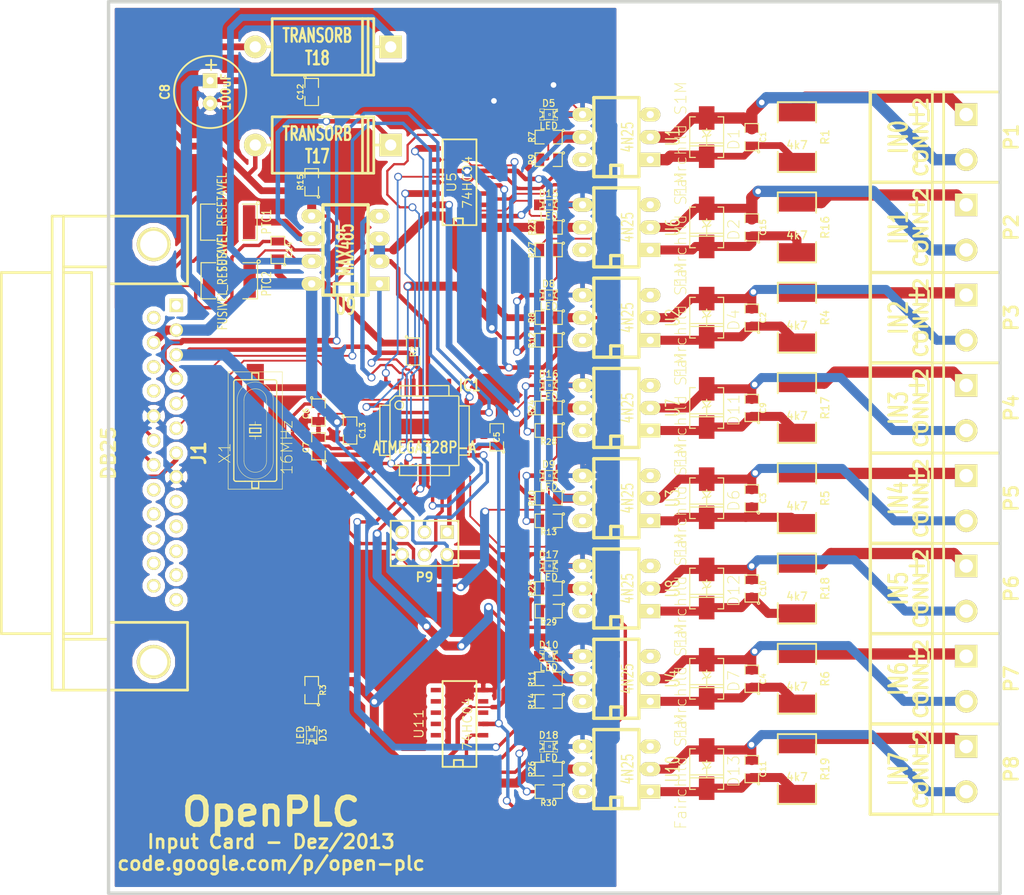
<source format=kicad_pcb>
(kicad_pcb (version 3) (host pcbnew "(2013-07-07 BZR 4022)-stable")
  (layers (15 Front signal) (0 Back signal) (18 B.Paste user) (19 F.Paste user) (20 B.SilkS user) (21 F.SilkS user) (22 B.Mask user) (23 F.Mask user) (28 Edge.Cuts user))
  (net 0 "")
  (net 1 +5V)
  (net 2 /A)
  (net 3 /B)
  (net 4 /CPU_RESET)
  (net 5 /D0)
  (net 6 /D1)
  (net 7 /D2)
  (net 8 /E1+)
  (net 9 /E1-)
  (net 10 /E2+)
  (net 11 /E2-)
  (net 12 /E3+)
  (net 13 /E3-)
  (net 14 /E4+)
  (net 15 /E4-)
  (net 16 /E5+)
  (net 17 /E5-)
  (net 18 /E6+)
  (net 19 /E6-)
  (net 20 /E7+)
  (net 21 /E7-)
  (net 22 /E8+)
  (net 23 /E8-)
  (net 24 /EN)
  (net 25 /GND_485)
  (net 26 /MISO)
  (net 27 /MOSI)
  (net 28 /RX)
  (net 29 /SCK)
  (net 30 /TX)
  (net 31 /X0)
  (net 32 /X1)
  (net 33 /X2)
  (net 34 /X3)
  (net 35 /X4)
  (net 36 /X5)
  (net 37 /X6)
  (net 38 /X7)
  (net 39 GND)
  (net 40 N-00000103)
  (net 41 N-00000104)
  (net 42 N-0000015)
  (net 43 N-0000023)
  (net 44 N-0000026)
  (net 45 N-0000029)
  (net 46 N-0000037)
  (net 47 N-0000038)
  (net 48 N-0000040)
  (net 49 N-0000056)
  (net 50 N-0000057)
  (net 51 N-0000060)
  (net 52 N-0000062)
  (net 53 N-0000063)
  (net 54 N-0000069)
  (net 55 N-0000071)
  (net 56 N-0000074)
  (net 57 N-0000075)
  (net 58 N-0000076)
  (net 59 N-0000077)
  (net 60 N-0000078)
  (net 61 N-0000079)
  (net 62 N-0000080)
  (net 63 N-0000081)
  (net 64 N-0000082)
  (net 65 N-0000084)
  (net 66 N-0000085)
  (net 67 N-0000086)
  (net 68 N-0000087)
  (module TQFP32 (layer Front) (at 129.54 90.17)
    (fp_text reference IC1 (at 5.08 -5.08) (layer F.SilkS) (effects (font (size 1.27 1.016) (thickness 0.2032))))
    (fp_text value ATMEGA328P-A (at 0 1.905) (layer F.SilkS) (effects (font (size 1.27 1.016) (thickness 0.2032))))
    (pad 8 smd rect (at -4.81584 2.77622) (size 1.99898 0.44958) (layers Front F.Paste F.Mask) (net 54 N-0000069))
    (pad 7 smd rect (at -4.81584 1.97612) (size 1.99898 0.44958) (layers Front F.Paste F.Mask) (net 49 N-0000056))
    (pad 6 smd rect (at -4.81584 1.17602) (size 1.99898 0.44958) (layers Front F.Paste F.Mask) (net 1 +5V))
    (pad 5 smd rect (at -4.81584 0.37592) (size 1.99898 0.44958) (layers Front F.Paste F.Mask) (net 39 GND))
    (pad 4 smd rect (at -4.81584 -0.42418) (size 1.99898 0.44958) (layers Front F.Paste F.Mask) (net 1 +5V))
    (pad 3 smd rect (at -4.81584 -1.22428) (size 1.99898 0.44958) (layers Front F.Paste F.Mask) (net 39 GND))
    (pad 2 smd rect (at -4.81584 -2.02438) (size 1.99898 0.44958) (layers Front F.Paste F.Mask) (net 33 /X2))
    (pad 1 smd rect (at -4.81584 -2.82448) (size 1.99898 0.44958) (layers Front F.Paste F.Mask) (net 32 /X1))
    (pad 24 smd rect (at 4.7498 -2.8194) (size 1.99898 0.44958) (layers Front F.Paste F.Mask) (net 6 /D1))
    (pad 17 smd rect (at 4.7498 2.794) (size 1.99898 0.44958) (layers Front F.Paste F.Mask) (net 29 /SCK))
    (pad 18 smd rect (at 4.7498 1.9812) (size 1.99898 0.44958) (layers Front F.Paste F.Mask) (net 1 +5V))
    (pad 19 smd rect (at 4.7498 1.1684) (size 1.99898 0.44958) (layers Front F.Paste F.Mask))
    (pad 20 smd rect (at 4.7498 0.381) (size 1.99898 0.44958) (layers Front F.Paste F.Mask))
    (pad 21 smd rect (at 4.7498 -0.4318) (size 1.99898 0.44958) (layers Front F.Paste F.Mask) (net 39 GND))
    (pad 22 smd rect (at 4.7498 -1.2192) (size 1.99898 0.44958) (layers Front F.Paste F.Mask))
    (pad 23 smd rect (at 4.7498 -2.032) (size 1.99898 0.44958) (layers Front F.Paste F.Mask) (net 5 /D0))
    (pad 32 smd rect (at -2.82448 -4.826) (size 0.44958 1.99898) (layers Front F.Paste F.Mask) (net 31 /X0))
    (pad 31 smd rect (at -2.02692 -4.826) (size 0.44958 1.99898) (layers Front F.Paste F.Mask) (net 30 /TX))
    (pad 30 smd rect (at -1.22428 -4.826) (size 0.44958 1.99898) (layers Front F.Paste F.Mask) (net 28 /RX))
    (pad 29 smd rect (at -0.42672 -4.826) (size 0.44958 1.99898) (layers Front F.Paste F.Mask) (net 4 /CPU_RESET))
    (pad 28 smd rect (at 0.37592 -4.826) (size 0.44958 1.99898) (layers Front F.Paste F.Mask) (net 24 /EN))
    (pad 27 smd rect (at 1.17348 -4.826) (size 0.44958 1.99898) (layers Front F.Paste F.Mask))
    (pad 26 smd rect (at 1.97612 -4.826) (size 0.44958 1.99898) (layers Front F.Paste F.Mask))
    (pad 25 smd rect (at 2.77368 -4.826) (size 0.44958 1.99898) (layers Front F.Paste F.Mask) (net 7 /D2))
    (pad 9 smd rect (at -2.8194 4.7752) (size 0.44958 1.99898) (layers Front F.Paste F.Mask) (net 34 /X3))
    (pad 10 smd rect (at -2.032 4.7752) (size 0.44958 1.99898) (layers Front F.Paste F.Mask) (net 35 /X4))
    (pad 11 smd rect (at -1.2192 4.7752) (size 0.44958 1.99898) (layers Front F.Paste F.Mask) (net 36 /X5))
    (pad 12 smd rect (at -0.4318 4.7752) (size 0.44958 1.99898) (layers Front F.Paste F.Mask) (net 37 /X6))
    (pad 13 smd rect (at 0.3556 4.7752) (size 0.44958 1.99898) (layers Front F.Paste F.Mask) (net 38 /X7))
    (pad 14 smd rect (at 1.1684 4.7752) (size 0.44958 1.99898) (layers Front F.Paste F.Mask))
    (pad 15 smd rect (at 1.9812 4.7752) (size 0.44958 1.99898) (layers Front F.Paste F.Mask) (net 27 /MOSI))
    (pad 16 smd rect (at 2.794 4.7752) (size 0.44958 1.99898) (layers Front F.Paste F.Mask) (net 26 /MISO))
  )
  (module SO14E (layer Front) (at 133.35 62.23 90)
    (fp_text reference U5 (at 0 -0.762 90) (layer F.SilkS) (effects (font (size 1.016 1.143) (thickness 0.127))))
    (fp_text value 74HC04 (at 0 1.016 90) (layer F.SilkS) (effects (font (size 1.016 1.016) (thickness 0.127))))
    (pad 1 smd rect (at -3.81 2.794 90) (size 0.508 1.143) (layers Front F.Paste F.Mask) (net 53 N-0000063))
    (pad 2 smd rect (at -2.54 2.794 90) (size 0.508 1.143) (layers Front F.Paste F.Mask) (net 31 /X0))
    (pad 3 smd rect (at -1.27 2.794 90) (size 0.508 1.143) (layers Front F.Paste F.Mask) (net 61 N-0000079))
    (pad 4 smd rect (at 0 2.794 90) (size 0.508 1.143) (layers Front F.Paste F.Mask) (net 33 /X2))
    (pad 5 smd rect (at 1.27 2.794 90) (size 0.508 1.143) (layers Front F.Paste F.Mask) (net 45 N-0000029))
    (pad 6 smd rect (at 2.54 2.794 90) (size 0.508 1.143) (layers Front F.Paste F.Mask) (net 35 /X4))
    (pad 7 smd rect (at 3.81 2.794 90) (size 0.508 1.143) (layers Front F.Paste F.Mask) (net 39 GND))
    (pad 8 smd rect (at 3.81 -2.54 90) (size 0.508 1.143) (layers Front F.Paste F.Mask) (net 37 /X6))
    (pad 9 smd rect (at 2.54 -2.54 90) (size 0.508 1.143) (layers Front F.Paste F.Mask) (net 64 N-0000082))
    (pad 10 smd rect (at 1.27 -2.54 90) (size 0.508 1.143) (layers Front F.Paste F.Mask) (net 32 /X1))
    (pad 11 smd rect (at 0 -2.54 90) (size 0.508 1.143) (layers Front F.Paste F.Mask) (net 52 N-0000062))
    (pad 12 smd rect (at -1.27 -2.54 90) (size 0.508 1.143) (layers Front F.Paste F.Mask) (net 34 /X3))
    (pad 13 smd rect (at -2.54 -2.54 90) (size 0.508 1.143) (layers Front F.Paste F.Mask) (net 62 N-0000080))
    (pad 14 smd rect (at -3.81 -2.54 90) (size 0.508 1.143) (layers Front F.Paste F.Mask) (net 1 +5V))
  )
  (module SO14E (layer Front) (at 133.35 123.19 90)
    (fp_text reference U11 (at 0 -4.445 90) (layer F.SilkS) (effects (font (size 1.016 1.143) (thickness 0.127))))
    (fp_text value 74HC04 (at 0 1.016 90) (layer F.SilkS) (effects (font (size 1.016 1.016) (thickness 0.127))))
    (pad 1 smd rect (at -3.81 2.794 90) (size 0.508 1.143) (layers Front F.Paste F.Mask) (net 65 N-0000084))
    (pad 2 smd rect (at -2.54 2.794 90) (size 0.508 1.143) (layers Front F.Paste F.Mask) (net 36 /X5))
    (pad 3 smd rect (at -1.27 2.794 90) (size 0.508 1.143) (layers Front F.Paste F.Mask) (net 63 N-0000081))
    (pad 4 smd rect (at 0 2.794 90) (size 0.508 1.143) (layers Front F.Paste F.Mask) (net 38 /X7))
    (pad 5 smd rect (at 1.27 2.794 90) (size 0.508 1.143) (layers Front F.Paste F.Mask))
    (pad 6 smd rect (at 2.54 2.794 90) (size 0.508 1.143) (layers Front F.Paste F.Mask))
    (pad 7 smd rect (at 3.81 2.794 90) (size 0.508 1.143) (layers Front F.Paste F.Mask) (net 39 GND))
    (pad 8 smd rect (at 3.81 -2.54 90) (size 0.508 1.143) (layers Front F.Paste F.Mask))
    (pad 9 smd rect (at 2.54 -2.54 90) (size 0.508 1.143) (layers Front F.Paste F.Mask))
    (pad 10 smd rect (at 1.27 -2.54 90) (size 0.508 1.143) (layers Front F.Paste F.Mask))
    (pad 11 smd rect (at 0 -2.54 90) (size 0.508 1.143) (layers Front F.Paste F.Mask))
    (pad 12 smd rect (at -1.27 -2.54 90) (size 0.508 1.143) (layers Front F.Paste F.Mask))
    (pad 13 smd rect (at -2.54 -2.54 90) (size 0.508 1.143) (layers Front F.Paste F.Mask))
    (pad 14 smd rect (at -3.81 -2.54 90) (size 0.508 1.143) (layers Front F.Paste F.Mask) (net 1 +5V))
  )
  (module SM2512 (layer Front) (at 171.45 67.31 270)
    (fp_text reference R16 (at 0 -3.175 270) (layer F.SilkS) (effects (font (size 0.889 0.889) (thickness 0.1524))))
    (fp_text value 4k7 (at 0.889 0 360) (layer F.SilkS) (effects (font (size 0.889 0.889) (thickness 0.1524))))
    (pad 1 smd rect (at -2.794 0 270) (size 2.032 4.064) (layers Front F.Paste F.Mask) (net 10 /E2+))
    (pad 2 smd rect (at 2.794 0 270) (size 2.032 4.064) (layers Front F.Paste F.Mask) (net 48 N-0000040))
  )
  (module SM2512 (layer Front) (at 171.45 77.47 270)
    (fp_text reference R4 (at 0 -3.175 270) (layer F.SilkS) (effects (font (size 0.889 0.889) (thickness 0.1524))))
    (fp_text value 4k7 (at 0.889 0 360) (layer F.SilkS) (effects (font (size 0.889 0.889) (thickness 0.1524))))
    (pad 1 smd rect (at -2.794 0 270) (size 2.032 4.064) (layers Front F.Paste F.Mask) (net 12 /E3+))
    (pad 2 smd rect (at 2.794 0 270) (size 2.032 4.064) (layers Front F.Paste F.Mask) (net 47 N-0000038))
  )
  (module SM2512 (layer Front) (at 171.45 87.63 270)
    (fp_text reference R17 (at 0 -3.175 270) (layer F.SilkS) (effects (font (size 0.889 0.889) (thickness 0.1524))))
    (fp_text value 4k7 (at 0.889 0 360) (layer F.SilkS) (effects (font (size 0.889 0.889) (thickness 0.1524))))
    (pad 1 smd rect (at -2.794 0 270) (size 2.032 4.064) (layers Front F.Paste F.Mask) (net 14 /E4+))
    (pad 2 smd rect (at 2.794 0 270) (size 2.032 4.064) (layers Front F.Paste F.Mask) (net 46 N-0000037))
  )
  (module SM2512 (layer Front) (at 171.45 97.79 270)
    (fp_text reference R5 (at 0 -3.175 270) (layer F.SilkS) (effects (font (size 0.889 0.889) (thickness 0.1524))))
    (fp_text value 4k7 (at 0.889 0 360) (layer F.SilkS) (effects (font (size 0.889 0.889) (thickness 0.1524))))
    (pad 1 smd rect (at -2.794 0 270) (size 2.032 4.064) (layers Front F.Paste F.Mask) (net 16 /E5+))
    (pad 2 smd rect (at 2.794 0 270) (size 2.032 4.064) (layers Front F.Paste F.Mask) (net 68 N-0000087))
  )
  (module SM2512 (layer Front) (at 171.45 57.15 270)
    (fp_text reference R1 (at 0 -3.175 270) (layer F.SilkS) (effects (font (size 0.889 0.889) (thickness 0.1524))))
    (fp_text value 4k7 (at 0.889 0 360) (layer F.SilkS) (effects (font (size 0.889 0.889) (thickness 0.1524))))
    (pad 1 smd rect (at -2.794 0 270) (size 2.032 4.064) (layers Front F.Paste F.Mask) (net 8 /E1+))
    (pad 2 smd rect (at 2.794 0 270) (size 2.032 4.064) (layers Front F.Paste F.Mask) (net 50 N-0000057))
  )
  (module SM2512 (layer Front) (at 171.45 128.27 270)
    (fp_text reference R19 (at 0 -3.175 270) (layer F.SilkS) (effects (font (size 0.889 0.889) (thickness 0.1524))))
    (fp_text value 4k7 (at 0.889 0 360) (layer F.SilkS) (effects (font (size 0.889 0.889) (thickness 0.1524))))
    (pad 1 smd rect (at -2.794 0 270) (size 2.032 4.064) (layers Front F.Paste F.Mask) (net 22 /E8+))
    (pad 2 smd rect (at 2.794 0 270) (size 2.032 4.064) (layers Front F.Paste F.Mask) (net 40 N-00000103))
  )
  (module SM2512 (layer Front) (at 171.45 107.95 270)
    (fp_text reference R18 (at 0 -3.175 270) (layer F.SilkS) (effects (font (size 0.889 0.889) (thickness 0.1524))))
    (fp_text value 4k7 (at 0.889 0 360) (layer F.SilkS) (effects (font (size 0.889 0.889) (thickness 0.1524))))
    (pad 1 smd rect (at -2.794 0 270) (size 2.032 4.064) (layers Front F.Paste F.Mask) (net 18 /E6+))
    (pad 2 smd rect (at 2.794 0 270) (size 2.032 4.064) (layers Front F.Paste F.Mask) (net 41 N-00000104))
  )
  (module SM2512 (layer Front) (at 171.45 118.11 270)
    (fp_text reference R6 (at 0 -3.175 270) (layer F.SilkS) (effects (font (size 0.889 0.889) (thickness 0.1524))))
    (fp_text value 4k7 (at 0.889 0 360) (layer F.SilkS) (effects (font (size 0.889 0.889) (thickness 0.1524))))
    (pad 1 smd rect (at -2.794 0 270) (size 2.032 4.064) (layers Front F.Paste F.Mask) (net 20 /E7+))
    (pad 2 smd rect (at 2.794 0 270) (size 2.032 4.064) (layers Front F.Paste F.Mask) (net 67 N-0000086))
  )
  (module SM0805 (layer Front) (at 143.51 118.11 180)
    (fp_text reference R11 (at 1.905 0 270) (layer F.SilkS) (effects (font (size 0.635 0.635) (thickness 0.127))))
    (fp_text value 10k hide)
    (pad 1 smd rect (at -0.9525 0 180) (size 0.889 1.397) (layers Front F.Paste F.Mask) (net 64 N-0000082))
    (pad 2 smd rect (at 0.9525 0 180) (size 0.889 1.397) (layers Front F.Paste F.Mask) (net 1 +5V))
  )
  (module SM0805 (layer Front) (at 143.51 87.63 180)
    (fp_text reference R24 (at 1.905 0 270) (layer F.SilkS) (effects (font (size 0.635 0.635) (thickness 0.127))))
    (fp_text value 10k hide)
    (pad 1 smd rect (at -0.9525 0 180) (size 0.889 1.397) (layers Front F.Paste F.Mask) (net 62 N-0000080))
    (pad 2 smd rect (at 0.9525 0 180) (size 0.889 1.397) (layers Front F.Paste F.Mask) (net 1 +5V))
  )
  (module SM0805 (layer Front) (at 143.51 128.27 180)
    (fp_text reference R26 (at 1.905 0 270) (layer F.SilkS) (effects (font (size 0.635 0.635) (thickness 0.127))))
    (fp_text value 10k hide)
    (pad 1 smd rect (at -0.9525 0 180) (size 0.889 1.397) (layers Front F.Paste F.Mask) (net 63 N-0000081))
    (pad 2 smd rect (at 0.9525 0 180) (size 0.889 1.397) (layers Front F.Paste F.Mask) (net 1 +5V))
  )
  (module SM0805 (layer Front) (at 143.51 130.81 180)
    (fp_text reference R30 (at 0 -1.27 180) (layer F.SilkS) (effects (font (size 0.635 0.635) (thickness 0.127))))
    (fp_text value 1k hide)
    (pad 1 smd rect (at -0.9525 0 180) (size 0.889 1.397) (layers Front F.Paste F.Mask) (net 38 /X7))
    (pad 2 smd rect (at 0.9525 0 180) (size 0.889 1.397) (layers Front F.Paste F.Mask) (net 58 N-0000076))
  )
  (module SM0805 (layer Front) (at 117.602 91.948 90)
    (fp_text reference C7 (at -0.127 -1.397 90) (layer F.SilkS) (effects (font (size 0.635 0.635) (thickness 0.127))))
    (fp_text value 22pF hide)
    (pad 1 smd rect (at -0.9525 0 90) (size 0.889 1.397) (layers Front F.Paste F.Mask) (net 54 N-0000069))
    (pad 2 smd rect (at 0.9525 0 90) (size 0.889 1.397) (layers Front F.Paste F.Mask) (net 39 GND))
  )
  (module SM0805 (layer Front) (at 143.51 110.49 180)
    (fp_text reference R29 (at 0 -1.27 180) (layer F.SilkS) (effects (font (size 0.635 0.635) (thickness 0.127))))
    (fp_text value 1k hide)
    (pad 1 smd rect (at -0.9525 0 180) (size 0.889 1.397) (layers Front F.Paste F.Mask) (net 36 /X5))
    (pad 2 smd rect (at 0.9525 0 180) (size 0.889 1.397) (layers Front F.Paste F.Mask) (net 43 N-0000023))
  )
  (module SM0805 (layer Front) (at 143.51 107.95 180)
    (fp_text reference R25 (at 1.905 0 270) (layer F.SilkS) (effects (font (size 0.635 0.635) (thickness 0.127))))
    (fp_text value 10k hide)
    (pad 1 smd rect (at -0.9525 0 180) (size 0.889 1.397) (layers Front F.Paste F.Mask) (net 65 N-0000084))
    (pad 2 smd rect (at 0.9525 0 180) (size 0.889 1.397) (layers Front F.Paste F.Mask) (net 1 +5V))
  )
  (module SM0805 (layer Front) (at 143.51 97.79 180)
    (fp_text reference R10 (at 1.905 0 270) (layer F.SilkS) (effects (font (size 0.635 0.635) (thickness 0.127))))
    (fp_text value 10k hide)
    (pad 1 smd rect (at -0.9525 0 180) (size 0.889 1.397) (layers Front F.Paste F.Mask) (net 45 N-0000029))
    (pad 2 smd rect (at 0.9525 0 180) (size 0.889 1.397) (layers Front F.Paste F.Mask) (net 1 +5V))
  )
  (module SM0805 (layer Front) (at 143.51 100.33 180)
    (fp_text reference R13 (at 0 -1.27 180) (layer F.SilkS) (effects (font (size 0.635 0.635) (thickness 0.127))))
    (fp_text value 1k hide)
    (pad 1 smd rect (at -0.9525 0 180) (size 0.889 1.397) (layers Front F.Paste F.Mask) (net 35 /X4))
    (pad 2 smd rect (at 0.9525 0 180) (size 0.889 1.397) (layers Front F.Paste F.Mask) (net 44 N-0000026))
  )
  (module SM0805 (layer Front) (at 143.51 120.65 180)
    (fp_text reference R14 (at 1.905 0 270) (layer F.SilkS) (effects (font (size 0.635 0.635) (thickness 0.127))))
    (fp_text value 1k hide)
    (pad 1 smd rect (at -0.9525 0 180) (size 0.889 1.397) (layers Front F.Paste F.Mask) (net 37 /X6))
    (pad 2 smd rect (at 0.9525 0 180) (size 0.889 1.397) (layers Front F.Paste F.Mask) (net 57 N-0000075))
  )
  (module SM0805 (layer Front) (at 143.51 80.01 180)
    (fp_text reference R12 (at 1.905 0 270) (layer F.SilkS) (effects (font (size 0.635 0.635) (thickness 0.127))))
    (fp_text value 1k hide)
    (pad 1 smd rect (at -0.9525 0 180) (size 0.889 1.397) (layers Front F.Paste F.Mask) (net 33 /X2))
    (pad 2 smd rect (at 0.9525 0 180) (size 0.889 1.397) (layers Front F.Paste F.Mask) (net 60 N-0000078))
  )
  (module SM0805 (layer Front) (at 143.51 77.47 180)
    (fp_text reference R8 (at 1.905 0 270) (layer F.SilkS) (effects (font (size 0.635 0.635) (thickness 0.127))))
    (fp_text value 10k hide)
    (pad 1 smd rect (at -0.9525 0 180) (size 0.889 1.397) (layers Front F.Paste F.Mask) (net 61 N-0000079))
    (pad 2 smd rect (at 0.9525 0 180) (size 0.889 1.397) (layers Front F.Paste F.Mask) (net 1 +5V))
  )
  (module SM0805 (layer Front) (at 143.51 59.69 180)
    (fp_text reference R9 (at 1.905 0 270) (layer F.SilkS) (effects (font (size 0.635 0.635) (thickness 0.127))))
    (fp_text value 1k hide)
    (pad 1 smd rect (at -0.9525 0 180) (size 0.889 1.397) (layers Front F.Paste F.Mask) (net 31 /X0))
    (pad 2 smd rect (at 0.9525 0 180) (size 0.889 1.397) (layers Front F.Paste F.Mask) (net 51 N-0000060))
  )
  (module SM0805 (layer Front) (at 143.51 90.17 180)
    (fp_text reference R28 (at 0 -1.27 180) (layer F.SilkS) (effects (font (size 0.635 0.635) (thickness 0.127))))
    (fp_text value 1k hide)
    (pad 1 smd rect (at -0.9525 0 180) (size 0.889 1.397) (layers Front F.Paste F.Mask) (net 34 /X3))
    (pad 2 smd rect (at 0.9525 0 180) (size 0.889 1.397) (layers Front F.Paste F.Mask) (net 59 N-0000077))
  )
  (module SM0805 (layer Front) (at 143.51 69.85 180)
    (fp_text reference R27 (at 1.905 0 270) (layer F.SilkS) (effects (font (size 0.635 0.635) (thickness 0.127))))
    (fp_text value 1k hide)
    (pad 1 smd rect (at -0.9525 0 180) (size 0.889 1.397) (layers Front F.Paste F.Mask) (net 32 /X1))
    (pad 2 smd rect (at 0.9525 0 180) (size 0.889 1.397) (layers Front F.Paste F.Mask) (net 55 N-0000071))
  )
  (module SM0805 (layer Front) (at 143.51 67.31 180)
    (fp_text reference R23 (at 1.905 0 270) (layer F.SilkS) (effects (font (size 0.635 0.635) (thickness 0.127))))
    (fp_text value 10k hide)
    (pad 1 smd rect (at -0.9525 0 180) (size 0.889 1.397) (layers Front F.Paste F.Mask) (net 52 N-0000062))
    (pad 2 smd rect (at 0.9525 0 180) (size 0.889 1.397) (layers Front F.Paste F.Mask) (net 1 +5V))
  )
  (module SM0805 (layer Front) (at 117.602 88.138 270)
    (fp_text reference C6 (at 0.127 1.397 270) (layer F.SilkS) (effects (font (size 0.635 0.635) (thickness 0.127))))
    (fp_text value 22pF hide)
    (pad 1 smd rect (at -0.9525 0 270) (size 0.889 1.397) (layers Front F.Paste F.Mask) (net 49 N-0000056))
    (pad 2 smd rect (at 0.9525 0 270) (size 0.889 1.397) (layers Front F.Paste F.Mask) (net 39 GND))
  )
  (module SM0805 (layer Front) (at 143.51 57.15 180)
    (fp_text reference R7 (at 1.905 0 270) (layer F.SilkS) (effects (font (size 0.635 0.635) (thickness 0.127))))
    (fp_text value 10k hide)
    (pad 1 smd rect (at -0.9525 0 180) (size 0.889 1.397) (layers Front F.Paste F.Mask) (net 53 N-0000063))
    (pad 2 smd rect (at 0.9525 0 180) (size 0.889 1.397) (layers Front F.Paste F.Mask) (net 1 +5V))
  )
  (module SM0805 (layer Front) (at 137.668 90.932 90)
    (fp_text reference C5 (at 0 0 90) (layer F.SilkS) (effects (font (size 0.635 0.635) (thickness 0.127))))
    (fp_text value 100nF hide)
    (pad 1 smd rect (at -0.9525 0 90) (size 0.889 1.397) (layers Front F.Paste F.Mask) (net 1 +5V))
    (pad 2 smd rect (at 0.9525 0 90) (size 0.889 1.397) (layers Front F.Paste F.Mask) (net 39 GND))
  )
  (module SM0805 (layer Front) (at 166.37 57.15 90)
    (fp_text reference C1 (at 0 1.27 90) (layer F.SilkS) (effects (font (size 0.635 0.635) (thickness 0.127))))
    (fp_text value 100nF hide)
    (pad 1 smd rect (at -0.9525 0 90) (size 0.889 1.397) (layers Front F.Paste F.Mask) (net 50 N-0000057))
    (pad 2 smd rect (at 0.9525 0 90) (size 0.889 1.397) (layers Front F.Paste F.Mask) (net 9 /E1-))
  )
  (module SM0805 (layer Front) (at 113.03 69.85 90)
    (fp_text reference C14 (at 0 1.27 90) (layer F.SilkS) (effects (font (size 0.635 0.635) (thickness 0.127))))
    (fp_text value 100nF hide)
    (pad 1 smd rect (at -0.9525 0 90) (size 0.889 1.397) (layers Front F.Paste F.Mask) (net 1 +5V))
    (pad 2 smd rect (at 0.9525 0 90) (size 0.889 1.397) (layers Front F.Paste F.Mask) (net 25 /GND_485))
  )
  (module SM0805 (layer Front) (at 166.37 128.27 90)
    (fp_text reference C11 (at 0 1.27 90) (layer F.SilkS) (effects (font (size 0.635 0.635) (thickness 0.127))))
    (fp_text value 100nF hide)
    (pad 1 smd rect (at -0.9525 0 90) (size 0.889 1.397) (layers Front F.Paste F.Mask) (net 40 N-00000103))
    (pad 2 smd rect (at 0.9525 0 90) (size 0.889 1.397) (layers Front F.Paste F.Mask) (net 23 /E8-))
  )
  (module SM0805 (layer Front) (at 166.37 118.11 90)
    (fp_text reference C4 (at 0 1.27 90) (layer F.SilkS) (effects (font (size 0.635 0.635) (thickness 0.127))))
    (fp_text value 100nF hide)
    (pad 1 smd rect (at -0.9525 0 90) (size 0.889 1.397) (layers Front F.Paste F.Mask) (net 67 N-0000086))
    (pad 2 smd rect (at 0.9525 0 90) (size 0.889 1.397) (layers Front F.Paste F.Mask) (net 21 /E7-))
  )
  (module SM0805 (layer Front) (at 166.37 107.95 90)
    (fp_text reference C10 (at 0 1.27 90) (layer F.SilkS) (effects (font (size 0.635 0.635) (thickness 0.127))))
    (fp_text value 100nF hide)
    (pad 1 smd rect (at -0.9525 0 90) (size 0.889 1.397) (layers Front F.Paste F.Mask) (net 41 N-00000104))
    (pad 2 smd rect (at 0.9525 0 90) (size 0.889 1.397) (layers Front F.Paste F.Mask) (net 19 /E6-))
  )
  (module SM0805 (layer Front) (at 166.37 97.79 90)
    (fp_text reference C3 (at 0 1.27 90) (layer F.SilkS) (effects (font (size 0.635 0.635) (thickness 0.127))))
    (fp_text value 100nF hide)
    (pad 1 smd rect (at -0.9525 0 90) (size 0.889 1.397) (layers Front F.Paste F.Mask) (net 68 N-0000087))
    (pad 2 smd rect (at 0.9525 0 90) (size 0.889 1.397) (layers Front F.Paste F.Mask) (net 17 /E5-))
  )
  (module SM0805 (layer Front) (at 166.37 87.63 90)
    (fp_text reference C9 (at 0 1.27 90) (layer F.SilkS) (effects (font (size 0.635 0.635) (thickness 0.127))))
    (fp_text value 100nF hide)
    (pad 1 smd rect (at -0.9525 0 90) (size 0.889 1.397) (layers Front F.Paste F.Mask) (net 46 N-0000037))
    (pad 2 smd rect (at 0.9525 0 90) (size 0.889 1.397) (layers Front F.Paste F.Mask) (net 15 /E4-))
  )
  (module SM0805 (layer Front) (at 166.37 77.47 90)
    (fp_text reference C2 (at 0 1.27 90) (layer F.SilkS) (effects (font (size 0.635 0.635) (thickness 0.127))))
    (fp_text value 100nF hide)
    (pad 1 smd rect (at -0.9525 0 90) (size 0.889 1.397) (layers Front F.Paste F.Mask) (net 47 N-0000038))
    (pad 2 smd rect (at 0.9525 0 90) (size 0.889 1.397) (layers Front F.Paste F.Mask) (net 13 /E3-))
  )
  (module SM0805 (layer Front) (at 166.37 67.31 90)
    (fp_text reference C15 (at 0 1.27 90) (layer F.SilkS) (effects (font (size 0.635 0.635) (thickness 0.127))))
    (fp_text value 100nF hide)
    (pad 1 smd rect (at -0.9525 0 90) (size 0.889 1.397) (layers Front F.Paste F.Mask) (net 48 N-0000040))
    (pad 2 smd rect (at 0.9525 0 90) (size 0.889 1.397) (layers Front F.Paste F.Mask) (net 11 /E2-))
  )
  (module SM0805 (layer Front) (at 116.84 52.07 270)
    (fp_text reference C12 (at 0 1.27 270) (layer F.SilkS) (effects (font (size 0.635 0.635) (thickness 0.127))))
    (fp_text value 100nF hide)
    (pad 1 smd rect (at -0.9525 0 270) (size 0.889 1.397) (layers Front F.Paste F.Mask) (net 1 +5V))
    (pad 2 smd rect (at 0.9525 0 270) (size 0.889 1.397) (layers Front F.Paste F.Mask) (net 39 GND))
  )
  (module SM0805 (layer Front) (at 116.84 62.23 90)
    (fp_text reference R15 (at 0 -1.27 90) (layer F.SilkS) (effects (font (size 0.635 0.635) (thickness 0.127))))
    (fp_text value 0R hide)
    (pad 1 smd rect (at -0.9525 0 90) (size 0.889 1.397) (layers Front F.Paste F.Mask) (net 25 /GND_485))
    (pad 2 smd rect (at 0.9525 0 90) (size 0.889 1.397) (layers Front F.Paste F.Mask) (net 39 GND))
  )
  (module SM0805 (layer Front) (at 121.158 90.17 270)
    (fp_text reference C13 (at 0 -1.397 270) (layer F.SilkS) (effects (font (size 0.635 0.635) (thickness 0.127))))
    (fp_text value 100nF hide)
    (pad 1 smd rect (at -0.9525 0 270) (size 0.889 1.397) (layers Front F.Paste F.Mask) (net 1 +5V))
    (pad 2 smd rect (at 0.9525 0 270) (size 0.889 1.397) (layers Front F.Paste F.Mask) (net 39 GND))
  )
  (module SM0805 (layer Front) (at 128.27 81.28 270)
    (fp_text reference R2 (at 0 0 270) (layer F.SilkS) (effects (font (size 0.635 0.635) (thickness 0.127))))
    (fp_text value 10k hide)
    (pad 1 smd rect (at -0.9525 0 270) (size 0.889 1.397) (layers Front F.Paste F.Mask) (net 1 +5V))
    (pad 2 smd rect (at 0.9525 0 270) (size 0.889 1.397) (layers Front F.Paste F.Mask) (net 4 /CPU_RESET))
  )
  (module SM0805 (layer Front) (at 116.84 119.38 90)
    (fp_text reference R3 (at 0 1.27 90) (layer F.SilkS) (effects (font (size 0.635 0.635) (thickness 0.127))))
    (fp_text value 1k hide)
    (pad 1 smd rect (at -0.9525 0 90) (size 0.889 1.397) (layers Front F.Paste F.Mask) (net 42 N-0000015))
    (pad 2 smd rect (at 0.9525 0 90) (size 0.889 1.397) (layers Front F.Paste F.Mask) (net 1 +5V))
  )
  (module pin_array_3x2 (layer Front) (at 129.54 102.87 180)
    (fp_text reference P9 (at 0 -3.81 180) (layer F.SilkS) (effects (font (size 1.016 1.016) (thickness 0.2032))))
    (fp_text value "ICSP - 3X2" hide)
    (pad 1 thru_hole rect (at -2.54 1.27 180) (size 1.524 1.524) (drill 1.016) (layers *.Cu *.Mask F.SilkS) (net 26 /MISO))
    (pad 2 thru_hole circle (at -2.54 -1.27 180) (size 1.524 1.524) (drill 1.016) (layers *.Cu *.Mask F.SilkS) (net 1 +5V))
    (pad 3 thru_hole circle (at 0 1.27 180) (size 1.524 1.524) (drill 1.016) (layers *.Cu *.Mask F.SilkS) (net 29 /SCK))
    (pad 4 thru_hole circle (at 0 -1.27 180) (size 1.524 1.524) (drill 1.016) (layers *.Cu *.Mask F.SilkS) (net 27 /MOSI))
    (pad 5 thru_hole circle (at 2.54 1.27 180) (size 1.524 1.524) (drill 1.016) (layers *.Cu *.Mask F.SilkS) (net 4 /CPU_RESET))
    (pad 6 thru_hole circle (at 2.54 -1.27 180) (size 1.524 1.524) (drill 1.016) (layers *.Cu *.Mask F.SilkS) (net 39 GND))
  )
  (module LED-0805 (layer Front) (at 143.51 125.73)
    (fp_text reference D18 (at 0 -1.27) (layer F.SilkS) (effects (font (size 0.762 0.762) (thickness 0.127))))
    (fp_text value LED (at 0 1.27) (layer F.SilkS) (effects (font (size 0.762 0.762) (thickness 0.127))))
    (pad 1 smd rect (at -1.04902 0) (size 1.19888 1.19888) (layers Front F.Paste F.Mask) (net 58 N-0000076))
    (pad 2 smd rect (at 1.04902 0) (size 1.19888 1.19888) (layers Front F.Paste F.Mask) (net 39 GND))
  )
  (module LED-0805 (layer Front) (at 116.84 124.46 270)
    (fp_text reference D3 (at 0 -1.27 270) (layer F.SilkS) (effects (font (size 0.762 0.762) (thickness 0.127))))
    (fp_text value LED (at 0 1.27 270) (layer F.SilkS) (effects (font (size 0.762 0.762) (thickness 0.127))))
    (pad 1 smd rect (at -1.04902 0 270) (size 1.19888 1.19888) (layers Front F.Paste F.Mask) (net 42 N-0000015))
    (pad 2 smd rect (at 1.04902 0 270) (size 1.19888 1.19888) (layers Front F.Paste F.Mask) (net 39 GND))
  )
  (module LED-0805 (layer Front) (at 143.51 105.41)
    (fp_text reference D17 (at 0 -1.27) (layer F.SilkS) (effects (font (size 0.762 0.762) (thickness 0.127))))
    (fp_text value LED (at 0 1.27) (layer F.SilkS) (effects (font (size 0.762 0.762) (thickness 0.127))))
    (pad 1 smd rect (at -1.04902 0) (size 1.19888 1.19888) (layers Front F.Paste F.Mask) (net 43 N-0000023))
    (pad 2 smd rect (at 1.04902 0) (size 1.19888 1.19888) (layers Front F.Paste F.Mask) (net 39 GND))
  )
  (module LED-0805 (layer Front) (at 143.51 54.61)
    (fp_text reference D5 (at 0 -1.27) (layer F.SilkS) (effects (font (size 0.762 0.762) (thickness 0.127))))
    (fp_text value LED (at 0 1.27) (layer F.SilkS) (effects (font (size 0.762 0.762) (thickness 0.127))))
    (pad 1 smd rect (at -1.04902 0) (size 1.19888 1.19888) (layers Front F.Paste F.Mask) (net 51 N-0000060))
    (pad 2 smd rect (at 1.04902 0) (size 1.19888 1.19888) (layers Front F.Paste F.Mask) (net 39 GND))
  )
  (module LED-0805 (layer Front) (at 143.51 115.57)
    (fp_text reference D10 (at 0 -1.27) (layer F.SilkS) (effects (font (size 0.762 0.762) (thickness 0.127))))
    (fp_text value LED (at 0 1.27) (layer F.SilkS) (effects (font (size 0.762 0.762) (thickness 0.127))))
    (pad 1 smd rect (at -1.04902 0) (size 1.19888 1.19888) (layers Front F.Paste F.Mask) (net 57 N-0000075))
    (pad 2 smd rect (at 1.04902 0) (size 1.19888 1.19888) (layers Front F.Paste F.Mask) (net 39 GND))
  )
  (module LED-0805 (layer Front) (at 143.51 74.93)
    (fp_text reference D8 (at 0 -1.27) (layer F.SilkS) (effects (font (size 0.762 0.762) (thickness 0.127))))
    (fp_text value LED (at 0 1.27) (layer F.SilkS) (effects (font (size 0.762 0.762) (thickness 0.127))))
    (pad 1 smd rect (at -1.04902 0) (size 1.19888 1.19888) (layers Front F.Paste F.Mask) (net 60 N-0000078))
    (pad 2 smd rect (at 1.04902 0) (size 1.19888 1.19888) (layers Front F.Paste F.Mask) (net 39 GND))
  )
  (module LED-0805 (layer Front) (at 143.51 64.77)
    (fp_text reference D15 (at 0 -1.27) (layer F.SilkS) (effects (font (size 0.762 0.762) (thickness 0.127))))
    (fp_text value LED (at 0 1.27) (layer F.SilkS) (effects (font (size 0.762 0.762) (thickness 0.127))))
    (pad 1 smd rect (at -1.04902 0) (size 1.19888 1.19888) (layers Front F.Paste F.Mask) (net 55 N-0000071))
    (pad 2 smd rect (at 1.04902 0) (size 1.19888 1.19888) (layers Front F.Paste F.Mask) (net 39 GND))
  )
  (module LED-0805 (layer Front) (at 143.51 95.25)
    (fp_text reference D9 (at 0 -1.27) (layer F.SilkS) (effects (font (size 0.762 0.762) (thickness 0.127))))
    (fp_text value LED (at 0 1.27) (layer F.SilkS) (effects (font (size 0.762 0.762) (thickness 0.127))))
    (pad 1 smd rect (at -1.04902 0) (size 1.19888 1.19888) (layers Front F.Paste F.Mask) (net 44 N-0000026))
    (pad 2 smd rect (at 1.04902 0) (size 1.19888 1.19888) (layers Front F.Paste F.Mask) (net 39 GND))
  )
  (module LED-0805 (layer Front) (at 143.51 85.09)
    (fp_text reference D16 (at 0 -1.27) (layer F.SilkS) (effects (font (size 0.762 0.762) (thickness 0.127))))
    (fp_text value LED (at 0 1.27) (layer F.SilkS) (effects (font (size 0.762 0.762) (thickness 0.127))))
    (pad 1 smd rect (at -1.04902 0) (size 1.19888 1.19888) (layers Front F.Paste F.Mask) (net 59 N-0000077))
    (pad 2 smd rect (at 1.04902 0) (size 1.19888 1.19888) (layers Front F.Paste F.Mask) (net 39 GND))
  )
  (module DO214_OPLC (layer Front) (at 161.29 77.47 270)
    (fp_text reference D4 (at 0.254 -3.048 270) (layer F.SilkS) (effects (font (size 1.27 1.27) (thickness 0.0889))))
    (fp_text value "Fairchild S1M" (at 0.254 2.921 270) (layer F.SilkS) (effects (font (size 1.27 1.27) (thickness 0.0889))))
    (pad 1 smd rect (at -2.14884 0 270) (size 2.64922 1.75006) (layers Front F.Paste F.Mask) (net 13 /E3-))
    (pad 2 smd rect (at 2.14884 0 270) (size 2.64922 1.75006) (layers Front F.Paste F.Mask) (net 47 N-0000038))
  )
  (module DO214_OPLC (layer Front) (at 161.29 67.31 270)
    (fp_text reference D2 (at 0.254 -3.048 270) (layer F.SilkS) (effects (font (size 1.27 1.27) (thickness 0.0889))))
    (fp_text value "Fairchild S1M" (at 0.254 2.921 270) (layer F.SilkS) (effects (font (size 1.27 1.27) (thickness 0.0889))))
    (pad 1 smd rect (at -2.14884 0 270) (size 2.64922 1.75006) (layers Front F.Paste F.Mask) (net 11 /E2-))
    (pad 2 smd rect (at 2.14884 0 270) (size 2.64922 1.75006) (layers Front F.Paste F.Mask) (net 48 N-0000040))
  )
  (module DO214_OPLC (layer Front) (at 161.29 87.63 270)
    (fp_text reference D11 (at 0.254 -3.048 270) (layer F.SilkS) (effects (font (size 1.27 1.27) (thickness 0.0889))))
    (fp_text value "Fairchild S1M" (at 0.254 2.921 270) (layer F.SilkS) (effects (font (size 1.27 1.27) (thickness 0.0889))))
    (pad 1 smd rect (at -2.14884 0 270) (size 2.64922 1.75006) (layers Front F.Paste F.Mask) (net 15 /E4-))
    (pad 2 smd rect (at 2.14884 0 270) (size 2.64922 1.75006) (layers Front F.Paste F.Mask) (net 46 N-0000037))
  )
  (module DO214_OPLC (layer Front) (at 161.29 97.79 270)
    (fp_text reference D6 (at 0.254 -3.048 270) (layer F.SilkS) (effects (font (size 1.27 1.27) (thickness 0.0889))))
    (fp_text value "Fairchild S1M" (at 0.254 2.921 270) (layer F.SilkS) (effects (font (size 1.27 1.27) (thickness 0.0889))))
    (pad 1 smd rect (at -2.14884 0 270) (size 2.64922 1.75006) (layers Front F.Paste F.Mask) (net 17 /E5-))
    (pad 2 smd rect (at 2.14884 0 270) (size 2.64922 1.75006) (layers Front F.Paste F.Mask) (net 68 N-0000087))
  )
  (module DO214_OPLC (layer Front) (at 161.29 57.15 270)
    (fp_text reference D1 (at 0.254 -3.048 270) (layer F.SilkS) (effects (font (size 1.27 1.27) (thickness 0.0889))))
    (fp_text value "Fairchild S1M" (at 0.254 2.921 270) (layer F.SilkS) (effects (font (size 1.27 1.27) (thickness 0.0889))))
    (pad 1 smd rect (at -2.14884 0 270) (size 2.64922 1.75006) (layers Front F.Paste F.Mask) (net 9 /E1-))
    (pad 2 smd rect (at 2.14884 0 270) (size 2.64922 1.75006) (layers Front F.Paste F.Mask) (net 50 N-0000057))
  )
  (module DO214_OPLC (layer Front) (at 161.29 107.95 270)
    (fp_text reference D12 (at 0.254 -3.048 270) (layer F.SilkS) (effects (font (size 1.27 1.27) (thickness 0.0889))))
    (fp_text value "Fairchild S1M" (at 0.254 2.921 270) (layer F.SilkS) (effects (font (size 1.27 1.27) (thickness 0.0889))))
    (pad 1 smd rect (at -2.14884 0 270) (size 2.64922 1.75006) (layers Front F.Paste F.Mask) (net 19 /E6-))
    (pad 2 smd rect (at 2.14884 0 270) (size 2.64922 1.75006) (layers Front F.Paste F.Mask) (net 41 N-00000104))
  )
  (module DO214_OPLC (layer Front) (at 161.29 118.11 270)
    (fp_text reference D7 (at 0.254 -3.048 270) (layer F.SilkS) (effects (font (size 1.27 1.27) (thickness 0.0889))))
    (fp_text value "Fairchild S1M" (at 0.254 2.921 270) (layer F.SilkS) (effects (font (size 1.27 1.27) (thickness 0.0889))))
    (pad 1 smd rect (at -2.14884 0 270) (size 2.64922 1.75006) (layers Front F.Paste F.Mask) (net 21 /E7-))
    (pad 2 smd rect (at 2.14884 0 270) (size 2.64922 1.75006) (layers Front F.Paste F.Mask) (net 67 N-0000086))
  )
  (module DO214_OPLC (layer Front) (at 161.29 128.27 270)
    (fp_text reference D13 (at 0.254 -3.048 270) (layer F.SilkS) (effects (font (size 1.27 1.27) (thickness 0.0889))))
    (fp_text value "Fairchild S1M" (at 0.254 2.921 270) (layer F.SilkS) (effects (font (size 1.27 1.27) (thickness 0.0889))))
    (pad 1 smd rect (at -2.14884 0 270) (size 2.64922 1.75006) (layers Front F.Paste F.Mask) (net 23 /E8-))
    (pad 2 smd rect (at 2.14884 0 270) (size 2.64922 1.75006) (layers Front F.Paste F.Mask) (net 40 N-00000103))
  )
  (module DIP-6__300_ELL (layer Front) (at 151.13 57.15 90)
    (fp_text reference U1 (at 0 6.35 90) (layer F.SilkS) (effects (font (size 1.524 1.016) (thickness 0.1524))))
    (fp_text value 4N25 (at 0 1.27 90) (layer F.SilkS) (effects (font (size 1.27 0.889) (thickness 0.1524))))
    (pad 1 thru_hole rect (at -2.54 3.81 90) (size 1.5748 2.286) (drill 0.8128) (layers *.Cu *.Mask F.SilkS) (net 50 N-0000057))
    (pad 2 thru_hole oval (at 0 3.81 90) (size 1.5748 2.286) (drill 0.8128) (layers *.Cu *.Mask F.SilkS) (net 9 /E1-))
    (pad 3 thru_hole oval (at 2.54 3.81 90) (size 1.5748 2.286) (drill 0.8128) (layers *.Cu *.Mask F.SilkS))
    (pad 4 thru_hole oval (at 2.54 -3.81 90) (size 1.5748 2.286) (drill 0.8128) (layers *.Cu *.Mask F.SilkS) (net 39 GND))
    (pad 5 thru_hole oval (at 0 -3.81 90) (size 1.5748 2.286) (drill 0.8128) (layers *.Cu *.Mask F.SilkS) (net 53 N-0000063))
    (pad 6 thru_hole oval (at -2.54 -3.81 90) (size 1.5748 2.286) (drill 0.8128) (layers *.Cu *.Mask F.SilkS))
  )
  (module DIP-6__300_ELL (layer Front) (at 151.13 97.79 90)
    (fp_text reference U3 (at 0 6.35 90) (layer F.SilkS) (effects (font (size 1.524 1.016) (thickness 0.1524))))
    (fp_text value 4N25 (at 0 1.27 90) (layer F.SilkS) (effects (font (size 1.27 0.889) (thickness 0.1524))))
    (pad 1 thru_hole rect (at -2.54 3.81 90) (size 1.5748 2.286) (drill 0.8128) (layers *.Cu *.Mask F.SilkS) (net 68 N-0000087))
    (pad 2 thru_hole oval (at 0 3.81 90) (size 1.5748 2.286) (drill 0.8128) (layers *.Cu *.Mask F.SilkS) (net 17 /E5-))
    (pad 3 thru_hole oval (at 2.54 3.81 90) (size 1.5748 2.286) (drill 0.8128) (layers *.Cu *.Mask F.SilkS))
    (pad 4 thru_hole oval (at 2.54 -3.81 90) (size 1.5748 2.286) (drill 0.8128) (layers *.Cu *.Mask F.SilkS) (net 39 GND))
    (pad 5 thru_hole oval (at 0 -3.81 90) (size 1.5748 2.286) (drill 0.8128) (layers *.Cu *.Mask F.SilkS) (net 45 N-0000029))
    (pad 6 thru_hole oval (at -2.54 -3.81 90) (size 1.5748 2.286) (drill 0.8128) (layers *.Cu *.Mask F.SilkS))
  )
  (module DIP-6__300_ELL (layer Front) (at 151.13 67.31 90)
    (fp_text reference U6 (at 0 6.35 90) (layer F.SilkS) (effects (font (size 1.524 1.016) (thickness 0.1524))))
    (fp_text value 4N25 (at 0 1.27 90) (layer F.SilkS) (effects (font (size 1.27 0.889) (thickness 0.1524))))
    (pad 1 thru_hole rect (at -2.54 3.81 90) (size 1.5748 2.286) (drill 0.8128) (layers *.Cu *.Mask F.SilkS) (net 48 N-0000040))
    (pad 2 thru_hole oval (at 0 3.81 90) (size 1.5748 2.286) (drill 0.8128) (layers *.Cu *.Mask F.SilkS) (net 11 /E2-))
    (pad 3 thru_hole oval (at 2.54 3.81 90) (size 1.5748 2.286) (drill 0.8128) (layers *.Cu *.Mask F.SilkS))
    (pad 4 thru_hole oval (at 2.54 -3.81 90) (size 1.5748 2.286) (drill 0.8128) (layers *.Cu *.Mask F.SilkS) (net 39 GND))
    (pad 5 thru_hole oval (at 0 -3.81 90) (size 1.5748 2.286) (drill 0.8128) (layers *.Cu *.Mask F.SilkS) (net 52 N-0000062))
    (pad 6 thru_hole oval (at -2.54 -3.81 90) (size 1.5748 2.286) (drill 0.8128) (layers *.Cu *.Mask F.SilkS))
  )
  (module DIP-6__300_ELL (layer Front) (at 151.13 87.63 90)
    (fp_text reference U7 (at 0 6.35 90) (layer F.SilkS) (effects (font (size 1.524 1.016) (thickness 0.1524))))
    (fp_text value 4N25 (at 0 1.27 90) (layer F.SilkS) (effects (font (size 1.27 0.889) (thickness 0.1524))))
    (pad 1 thru_hole rect (at -2.54 3.81 90) (size 1.5748 2.286) (drill 0.8128) (layers *.Cu *.Mask F.SilkS) (net 46 N-0000037))
    (pad 2 thru_hole oval (at 0 3.81 90) (size 1.5748 2.286) (drill 0.8128) (layers *.Cu *.Mask F.SilkS) (net 15 /E4-))
    (pad 3 thru_hole oval (at 2.54 3.81 90) (size 1.5748 2.286) (drill 0.8128) (layers *.Cu *.Mask F.SilkS))
    (pad 4 thru_hole oval (at 2.54 -3.81 90) (size 1.5748 2.286) (drill 0.8128) (layers *.Cu *.Mask F.SilkS) (net 39 GND))
    (pad 5 thru_hole oval (at 0 -3.81 90) (size 1.5748 2.286) (drill 0.8128) (layers *.Cu *.Mask F.SilkS) (net 62 N-0000080))
    (pad 6 thru_hole oval (at -2.54 -3.81 90) (size 1.5748 2.286) (drill 0.8128) (layers *.Cu *.Mask F.SilkS))
  )
  (module DIP-6__300_ELL (layer Front) (at 151.13 77.47 90)
    (fp_text reference U2 (at 0 6.35 90) (layer F.SilkS) (effects (font (size 1.524 1.016) (thickness 0.1524))))
    (fp_text value 4N25 (at 0 1.27 90) (layer F.SilkS) (effects (font (size 1.27 0.889) (thickness 0.1524))))
    (pad 1 thru_hole rect (at -2.54 3.81 90) (size 1.5748 2.286) (drill 0.8128) (layers *.Cu *.Mask F.SilkS) (net 47 N-0000038))
    (pad 2 thru_hole oval (at 0 3.81 90) (size 1.5748 2.286) (drill 0.8128) (layers *.Cu *.Mask F.SilkS) (net 13 /E3-))
    (pad 3 thru_hole oval (at 2.54 3.81 90) (size 1.5748 2.286) (drill 0.8128) (layers *.Cu *.Mask F.SilkS))
    (pad 4 thru_hole oval (at 2.54 -3.81 90) (size 1.5748 2.286) (drill 0.8128) (layers *.Cu *.Mask F.SilkS) (net 39 GND))
    (pad 5 thru_hole oval (at 0 -3.81 90) (size 1.5748 2.286) (drill 0.8128) (layers *.Cu *.Mask F.SilkS) (net 61 N-0000079))
    (pad 6 thru_hole oval (at -2.54 -3.81 90) (size 1.5748 2.286) (drill 0.8128) (layers *.Cu *.Mask F.SilkS))
  )
  (module DIP-6__300_ELL (layer Front) (at 151.13 107.95 90)
    (fp_text reference U8 (at 0 6.35 90) (layer F.SilkS) (effects (font (size 1.524 1.016) (thickness 0.1524))))
    (fp_text value 4N25 (at 0 1.27 90) (layer F.SilkS) (effects (font (size 1.27 0.889) (thickness 0.1524))))
    (pad 1 thru_hole rect (at -2.54 3.81 90) (size 1.5748 2.286) (drill 0.8128) (layers *.Cu *.Mask F.SilkS) (net 41 N-00000104))
    (pad 2 thru_hole oval (at 0 3.81 90) (size 1.5748 2.286) (drill 0.8128) (layers *.Cu *.Mask F.SilkS) (net 19 /E6-))
    (pad 3 thru_hole oval (at 2.54 3.81 90) (size 1.5748 2.286) (drill 0.8128) (layers *.Cu *.Mask F.SilkS))
    (pad 4 thru_hole oval (at 2.54 -3.81 90) (size 1.5748 2.286) (drill 0.8128) (layers *.Cu *.Mask F.SilkS) (net 39 GND))
    (pad 5 thru_hole oval (at 0 -3.81 90) (size 1.5748 2.286) (drill 0.8128) (layers *.Cu *.Mask F.SilkS) (net 65 N-0000084))
    (pad 6 thru_hole oval (at -2.54 -3.81 90) (size 1.5748 2.286) (drill 0.8128) (layers *.Cu *.Mask F.SilkS))
  )
  (module DIP-6__300_ELL (layer Front) (at 151.13 118.11 90)
    (fp_text reference U4 (at 0 6.35 90) (layer F.SilkS) (effects (font (size 1.524 1.016) (thickness 0.1524))))
    (fp_text value 4N25 (at 0 1.27 90) (layer F.SilkS) (effects (font (size 1.27 0.889) (thickness 0.1524))))
    (pad 1 thru_hole rect (at -2.54 3.81 90) (size 1.5748 2.286) (drill 0.8128) (layers *.Cu *.Mask F.SilkS) (net 67 N-0000086))
    (pad 2 thru_hole oval (at 0 3.81 90) (size 1.5748 2.286) (drill 0.8128) (layers *.Cu *.Mask F.SilkS) (net 21 /E7-))
    (pad 3 thru_hole oval (at 2.54 3.81 90) (size 1.5748 2.286) (drill 0.8128) (layers *.Cu *.Mask F.SilkS))
    (pad 4 thru_hole oval (at 2.54 -3.81 90) (size 1.5748 2.286) (drill 0.8128) (layers *.Cu *.Mask F.SilkS) (net 39 GND))
    (pad 5 thru_hole oval (at 0 -3.81 90) (size 1.5748 2.286) (drill 0.8128) (layers *.Cu *.Mask F.SilkS) (net 64 N-0000082))
    (pad 6 thru_hole oval (at -2.54 -3.81 90) (size 1.5748 2.286) (drill 0.8128) (layers *.Cu *.Mask F.SilkS))
  )
  (module DIP-6__300_ELL (layer Front) (at 151.13 128.27 90)
    (fp_text reference U10 (at 0 6.35 90) (layer F.SilkS) (effects (font (size 1.524 1.016) (thickness 0.1524))))
    (fp_text value 4N25 (at 0 1.27 90) (layer F.SilkS) (effects (font (size 1.27 0.889) (thickness 0.1524))))
    (pad 1 thru_hole rect (at -2.54 3.81 90) (size 1.5748 2.286) (drill 0.8128) (layers *.Cu *.Mask F.SilkS) (net 40 N-00000103))
    (pad 2 thru_hole oval (at 0 3.81 90) (size 1.5748 2.286) (drill 0.8128) (layers *.Cu *.Mask F.SilkS) (net 23 /E8-))
    (pad 3 thru_hole oval (at 2.54 3.81 90) (size 1.5748 2.286) (drill 0.8128) (layers *.Cu *.Mask F.SilkS))
    (pad 4 thru_hole oval (at 2.54 -3.81 90) (size 1.5748 2.286) (drill 0.8128) (layers *.Cu *.Mask F.SilkS) (net 39 GND))
    (pad 5 thru_hole oval (at 0 -3.81 90) (size 1.5748 2.286) (drill 0.8128) (layers *.Cu *.Mask F.SilkS) (net 63 N-0000081))
    (pad 6 thru_hole oval (at -2.54 -3.81 90) (size 1.5748 2.286) (drill 0.8128) (layers *.Cu *.Mask F.SilkS))
  )
  (module bornier2 (layer Front) (at 190.5 128.27 270)
    (fp_text reference P8 (at 0 -5.08 270) (layer F.SilkS) (effects (font (size 1.524 1.524) (thickness 0.3048))))
    (fp_text value CONN_2 (at 0 5.08 270) (layer F.SilkS) (effects (font (size 1.524 1.524) (thickness 0.3048))))
    (pad 1 thru_hole rect (at -2.54 0 270) (size 2.54 2.54) (drill 1.524) (layers *.Cu *.Mask F.SilkS) (net 22 /E8+))
    (pad 2 thru_hole circle (at 2.54 0 270) (size 2.54 2.54) (drill 1.524) (layers *.Cu *.Mask F.SilkS) (net 23 /E8-))
  )
  (module bornier2 (layer Front) (at 190.5 118.11 270)
    (fp_text reference P7 (at 0 -5.08 270) (layer F.SilkS) (effects (font (size 1.524 1.524) (thickness 0.3048))))
    (fp_text value CONN_2 (at 0 5.08 270) (layer F.SilkS) (effects (font (size 1.524 1.524) (thickness 0.3048))))
    (pad 1 thru_hole rect (at -2.54 0 270) (size 2.54 2.54) (drill 1.524) (layers *.Cu *.Mask F.SilkS) (net 20 /E7+))
    (pad 2 thru_hole circle (at 2.54 0 270) (size 2.54 2.54) (drill 1.524) (layers *.Cu *.Mask F.SilkS) (net 21 /E7-))
  )
  (module bornier2 (layer Front) (at 190.5 87.63 270)
    (fp_text reference P4 (at 0 -5.08 270) (layer F.SilkS) (effects (font (size 1.524 1.524) (thickness 0.3048))))
    (fp_text value CONN_2 (at 0 5.08 270) (layer F.SilkS) (effects (font (size 1.524 1.524) (thickness 0.3048))))
    (pad 1 thru_hole rect (at -2.54 0 270) (size 2.54 2.54) (drill 1.524) (layers *.Cu *.Mask F.SilkS) (net 14 /E4+))
    (pad 2 thru_hole circle (at 2.54 0 270) (size 2.54 2.54) (drill 1.524) (layers *.Cu *.Mask F.SilkS) (net 15 /E4-))
  )
  (module bornier2 (layer Front) (at 190.5 107.95 270)
    (fp_text reference P6 (at 0 -5.08 270) (layer F.SilkS) (effects (font (size 1.524 1.524) (thickness 0.3048))))
    (fp_text value CONN_2 (at 0 5.08 270) (layer F.SilkS) (effects (font (size 1.524 1.524) (thickness 0.3048))))
    (pad 1 thru_hole rect (at -2.54 0 270) (size 2.54 2.54) (drill 1.524) (layers *.Cu *.Mask F.SilkS) (net 18 /E6+))
    (pad 2 thru_hole circle (at 2.54 0 270) (size 2.54 2.54) (drill 1.524) (layers *.Cu *.Mask F.SilkS) (net 19 /E6-))
  )
  (module bornier2 (layer Front) (at 190.5 77.47 270)
    (fp_text reference P3 (at 0 -5.08 270) (layer F.SilkS) (effects (font (size 1.524 1.524) (thickness 0.3048))))
    (fp_text value CONN_2 (at 0 5.08 270) (layer F.SilkS) (effects (font (size 1.524 1.524) (thickness 0.3048))))
    (pad 1 thru_hole rect (at -2.54 0 270) (size 2.54 2.54) (drill 1.524) (layers *.Cu *.Mask F.SilkS) (net 12 /E3+))
    (pad 2 thru_hole circle (at 2.54 0 270) (size 2.54 2.54) (drill 1.524) (layers *.Cu *.Mask F.SilkS) (net 13 /E3-))
  )
  (module bornier2 (layer Front) (at 190.5 97.79 270)
    (fp_text reference P5 (at 0 -5.08 270) (layer F.SilkS) (effects (font (size 1.524 1.524) (thickness 0.3048))))
    (fp_text value CONN_2 (at 0 5.08 270) (layer F.SilkS) (effects (font (size 1.524 1.524) (thickness 0.3048))))
    (pad 1 thru_hole rect (at -2.54 0 270) (size 2.54 2.54) (drill 1.524) (layers *.Cu *.Mask F.SilkS) (net 16 /E5+))
    (pad 2 thru_hole circle (at 2.54 0 270) (size 2.54 2.54) (drill 1.524) (layers *.Cu *.Mask F.SilkS) (net 17 /E5-))
  )
  (module bornier2 (layer Front) (at 190.5 57.15 270)
    (fp_text reference P1 (at 0 -5.08 270) (layer F.SilkS) (effects (font (size 1.524 1.524) (thickness 0.3048))))
    (fp_text value CONN_2 (at 0 5.08 270) (layer F.SilkS) (effects (font (size 1.524 1.524) (thickness 0.3048))))
    (pad 1 thru_hole rect (at -2.54 0 270) (size 2.54 2.54) (drill 1.524) (layers *.Cu *.Mask F.SilkS) (net 8 /E1+))
    (pad 2 thru_hole circle (at 2.54 0 270) (size 2.54 2.54) (drill 1.524) (layers *.Cu *.Mask F.SilkS) (net 9 /E1-))
  )
  (module bornier2 (layer Front) (at 190.5 67.31 270)
    (fp_text reference P2 (at 0 -5.08 270) (layer F.SilkS) (effects (font (size 1.524 1.524) (thickness 0.3048))))
    (fp_text value CONN_2 (at 0 5.08 270) (layer F.SilkS) (effects (font (size 1.524 1.524) (thickness 0.3048))))
    (pad 1 thru_hole rect (at -2.54 0 270) (size 2.54 2.54) (drill 1.524) (layers *.Cu *.Mask F.SilkS) (net 10 /E2+))
    (pad 2 thru_hole circle (at 2.54 0 270) (size 2.54 2.54) (drill 1.524) (layers *.Cu *.Mask F.SilkS) (net 11 /E2-))
  )
  (module crystal-HC49UP (layer Front) (at 110.49 90.17 90)
    (fp_text reference X1 (at -2.54 -3.429 90) (layer F.SilkS) (effects (font (size 1.27 1.27) (thickness 0.0889))))
    (fp_text value 16MHz (at -1.905 3.556 90) (layer F.SilkS) (effects (font (size 1.27 1.27) (thickness 0.0889))))
    (pad 1 smd rect (at -4.826 0 90) (size 5.334 1.9304) (layers Front F.Paste F.Mask) (net 54 N-0000069))
    (pad 2 smd rect (at 4.826 0 90) (size 5.334 1.9304) (layers Front F.Paste F.Mask) (net 49 N-0000056))
  )
  (module DIP-8__300_ELL (layer Front) (at 120.65 69.85 90)
    (fp_text reference U9 (at -6.35 0 180) (layer F.SilkS) (effects (font (size 1.778 1.143) (thickness 0.28702))))
    (fp_text value MAX485 (at 0 0 90) (layer F.SilkS) (effects (font (size 1.778 1.016) (thickness 0.254))))
    (pad 1 thru_hole rect (at -3.81 3.81 90) (size 1.5748 2.286) (drill 0.8128) (layers *.Cu *.Mask F.SilkS) (net 28 /RX))
    (pad 2 thru_hole oval (at -1.27 3.81 90) (size 1.5748 2.286) (drill 0.8128) (layers *.Cu *.Mask F.SilkS) (net 24 /EN))
    (pad 3 thru_hole oval (at 1.27 3.81 90) (size 1.5748 2.286) (drill 0.8128) (layers *.Cu *.Mask F.SilkS) (net 24 /EN))
    (pad 4 thru_hole oval (at 3.81 3.81 90) (size 1.5748 2.286) (drill 0.8128) (layers *.Cu *.Mask F.SilkS) (net 30 /TX))
    (pad 5 thru_hole oval (at 3.81 -3.81 90) (size 1.5748 2.286) (drill 0.8128) (layers *.Cu *.Mask F.SilkS) (net 25 /GND_485))
    (pad 6 thru_hole oval (at 1.27 -3.81 90) (size 1.5748 2.286) (drill 0.8128) (layers *.Cu *.Mask F.SilkS) (net 66 N-0000085))
    (pad 7 thru_hole oval (at -1.27 -3.81 90) (size 1.5748 2.286) (drill 0.8128) (layers *.Cu *.Mask F.SilkS) (net 56 N-0000074))
    (pad 8 thru_hole oval (at -3.81 -3.81 90) (size 1.5748 2.286) (drill 0.8128) (layers *.Cu *.Mask F.SilkS) (net 1 +5V))
  )
  (module C1V8 (layer Front) (at 105.41 52.07 270)
    (fp_text reference C8 (at 0 5.08 270) (layer F.SilkS) (effects (font (size 1.016 0.889) (thickness 0.2032))))
    (fp_text value 100uF (at 0 -1.77546 270) (layer F.SilkS) (effects (font (size 1.016 0.889) (thickness 0.2032))))
    (fp_text user + (at -3.04546 0 270) (layer F.SilkS) (effects (font (size 1.524 1.524) (thickness 0.2032))))
    (pad 1 thru_hole rect (at -1.27 0 270) (size 1.651 1.651) (drill 0.8128) (layers *.Cu *.Mask F.SilkS) (net 1 +5V))
    (pad 2 thru_hole circle (at 1.27 0 270) (size 1.651 1.651) (drill 0.8128) (layers *.Cu *.Mask F.SilkS) (net 39 GND))
  )
  (module DB25MC (layer Front) (at 100.33 92.71 90)
    (fp_text reference J1 (at 0 3.81 90) (layer F.SilkS) (effects (font (size 1.524 1.524) (thickness 0.3048))))
    (fp_text value DB25 (at 0 -6.35 90) (layer F.SilkS) (effects (font (size 1.524 1.524) (thickness 0.3048))))
    (pad "" thru_hole circle (at 23.495 -1.27 90) (size 3.81 3.81) (drill 3.048) (layers *.Cu *.Mask F.SilkS))
    (pad "" thru_hole circle (at -23.495 -1.27 90) (size 3.81 3.81) (drill 3.048) (layers *.Cu *.Mask F.SilkS))
    (pad 13 thru_hole circle (at -16.51 1.27 90) (size 1.524 1.524) (drill 1.016) (layers *.Cu *.Mask F.SilkS))
    (pad 12 thru_hole circle (at -13.716 1.27 90) (size 1.524 1.524) (drill 1.016) (layers *.Cu *.Mask F.SilkS))
    (pad 11 thru_hole circle (at -11.049 1.27 90) (size 1.524 1.524) (drill 1.016) (layers *.Cu *.Mask F.SilkS))
    (pad 10 thru_hole circle (at -8.255 1.27 90) (size 1.524 1.524) (drill 1.016) (layers *.Cu *.Mask F.SilkS))
    (pad 9 thru_hole circle (at -5.461 1.27 90) (size 1.524 1.524) (drill 1.016) (layers *.Cu *.Mask F.SilkS))
    (pad 8 thru_hole circle (at -2.667 1.27 90) (size 1.524 1.524) (drill 1.016) (layers *.Cu *.Mask F.SilkS) (net 39 GND))
    (pad 7 thru_hole circle (at 0 1.27 90) (size 1.524 1.524) (drill 1.016) (layers *.Cu *.Mask F.SilkS) (net 3 /B))
    (pad 6 thru_hole circle (at 2.794 1.27 90) (size 1.524 1.524) (drill 1.016) (layers *.Cu *.Mask F.SilkS) (net 7 /D2))
    (pad 5 thru_hole circle (at 5.588 1.27 90) (size 1.524 1.524) (drill 1.016) (layers *.Cu *.Mask F.SilkS) (net 6 /D1))
    (pad 4 thru_hole circle (at 8.382 1.27 90) (size 1.524 1.524) (drill 1.016) (layers *.Cu *.Mask F.SilkS) (net 5 /D0))
    (pad 3 thru_hole circle (at 11.049 1.27 90) (size 1.524 1.524) (drill 1.016) (layers *.Cu *.Mask F.SilkS) (net 4 /CPU_RESET))
    (pad 2 thru_hole circle (at 13.843 1.27 90) (size 1.524 1.524) (drill 1.016) (layers *.Cu *.Mask F.SilkS) (net 1 +5V))
    (pad 1 thru_hole rect (at 16.637 1.27 90) (size 1.524 1.524) (drill 1.016) (layers *.Cu *.Mask F.SilkS))
    (pad 25 thru_hole circle (at -14.9352 -1.27 90) (size 1.524 1.524) (drill 1.016) (layers *.Cu *.Mask F.SilkS))
    (pad 24 thru_hole circle (at -12.3952 -1.27 90) (size 1.524 1.524) (drill 1.016) (layers *.Cu *.Mask F.SilkS))
    (pad 23 thru_hole circle (at -9.6012 -1.27 90) (size 1.524 1.524) (drill 1.016) (layers *.Cu *.Mask F.SilkS))
    (pad 22 thru_hole circle (at -6.858 -1.27 90) (size 1.524 1.524) (drill 1.016) (layers *.Cu *.Mask F.SilkS))
    (pad 21 thru_hole circle (at -4.1148 -1.27 90) (size 1.524 1.524) (drill 1.016) (layers *.Cu *.Mask F.SilkS))
    (pad 20 thru_hole circle (at -1.3208 -1.27 90) (size 1.524 1.524) (drill 1.016) (layers *.Cu *.Mask F.SilkS) (net 2 /A))
    (pad 19 thru_hole circle (at 1.4224 -1.27 90) (size 1.524 1.524) (drill 1.016) (layers *.Cu *.Mask F.SilkS) (net 25 /GND_485))
    (pad 18 thru_hole circle (at 4.1656 -1.27 90) (size 1.524 1.524) (drill 1.016) (layers *.Cu *.Mask F.SilkS) (net 39 GND))
    (pad 17 thru_hole circle (at 7.0104 -1.27 90) (size 1.524 1.524) (drill 1.016) (layers *.Cu *.Mask F.SilkS))
    (pad 16 thru_hole circle (at 9.7028 -1.27 90) (size 1.524 1.524) (drill 1.016) (layers *.Cu *.Mask F.SilkS))
    (pad 15 thru_hole circle (at 12.446 -1.27 90) (size 1.524 1.524) (drill 1.016) (layers *.Cu *.Mask F.SilkS) (net 1 +5V))
    (pad 14 thru_hole circle (at 15.24 -1.27 90) (size 1.524 1.524) (drill 1.016) (layers *.Cu *.Mask F.SilkS))
  )
  (module SM1812 (layer Front) (at 107.51312 66.72072 180)
    (fp_text reference PTC1 (at -4.24688 0.04572 270) (layer F.SilkS) (effects (font (size 1.016 0.762) (thickness 0.127))))
    (fp_text value FUSIVEL_RESETAVEL (at 0.762 0 270) (layer F.SilkS) (effects (font (size 1.016 0.762) (thickness 0.127))))
    (pad 1 smd rect (at -2.286 0 180) (size 1.397 3.81) (layers Front F.Paste F.Mask) (net 66 N-0000085))
    (pad 2 smd rect (at 2.286 0 180) (size 1.397 3.81) (layers Front F.Paste F.Mask) (net 2 /A))
  )
  (module SM1812 (layer Front) (at 107.569 73.31456 180)
    (fp_text reference PTC2 (at -4.191 -0.34544 270) (layer F.SilkS) (effects (font (size 1.016 0.762) (thickness 0.127))))
    (fp_text value FUSIVEL_RESETAVEL (at 0.762 0 270) (layer F.SilkS) (effects (font (size 1.016 0.762) (thickness 0.127))))
    (pad 1 smd rect (at -2.286 0 180) (size 1.397 3.81) (layers Front F.Paste F.Mask) (net 56 N-0000074))
    (pad 2 smd rect (at 2.286 0 180) (size 1.397 3.81) (layers Front F.Paste F.Mask) (net 3 /B))
  )
  (module D6 (layer Front) (at 118.11 58.039)
    (fp_text reference T17 (at -0.635 1.27) (layer F.SilkS) (effects (font (size 1.524 1.016) (thickness 0.3048))))
    (fp_text value TRANSORB (at -0.635 -1.27) (layer F.SilkS) (effects (font (size 1.524 1.016) (thickness 0.3048))))
    (pad 1 thru_hole circle (at -7.62 0) (size 2.54 2.54) (drill 1.27) (layers *.Cu *.Mask F.SilkS) (net 25 /GND_485))
    (pad 2 thru_hole rect (at 7.62 0) (size 2.54 2.54) (drill 1.27) (layers *.Cu *.Mask F.SilkS) (net 66 N-0000085))
  )
  (module D6 (layer Front) (at 118.11 46.99)
    (fp_text reference T18 (at -0.635 1.27) (layer F.SilkS) (effects (font (size 1.524 1.016) (thickness 0.3048))))
    (fp_text value TRANSORB (at -0.635 -1.27) (layer F.SilkS) (effects (font (size 1.524 1.016) (thickness 0.3048))))
    (pad 1 thru_hole circle (at -7.62 0) (size 2.54 2.54) (drill 1.27) (layers *.Cu *.Mask F.SilkS) (net 25 /GND_485))
    (pad 2 thru_hole rect (at 7.62 0) (size 2.54 2.54) (drill 1.27) (layers *.Cu *.Mask F.SilkS) (net 56 N-0000074))
  )
  (gr_text "Input Card - Dez/2013\ncode.google.com/p/open-plc" (at 112.268 137.668) (layer F.SilkS) (effects (font (size 1.524 1.524) (thickness 0.3048))))
  (gr_text OpenPLC (at 112.268 133.096) (layer F.SilkS) (effects (font (size 3.048 3.048) (thickness 0.6096))))
  (gr_line (start 179.705 72.39) (end 186.69 72.39) (angle 90) (layer F.SilkS) (width 0.381))
  (gr_line (start 179.705 82.55) (end 186.69 82.55) (angle 90) (layer F.SilkS) (width 0.381))
  (gr_line (start 179.705 92.71) (end 186.69 92.71) (angle 90) (layer F.SilkS) (width 0.381))
  (gr_line (start 179.705 102.87) (end 186.69 102.87) (angle 90) (layer F.SilkS) (width 0.381))
  (gr_line (start 179.705 113.03) (end 186.69 113.03) (angle 90) (layer F.SilkS) (width 0.381))
  (gr_line (start 186.69 123.19) (end 179.705 123.19) (angle 90) (layer F.SilkS) (width 0.381))
  (gr_line (start 179.705 133.35) (end 186.69 133.35) (angle 90) (layer F.SilkS) (width 0.381))
  (gr_line (start 179.705 62.23) (end 179.705 133.35) (angle 90) (layer F.SilkS) (width 0.381))
  (gr_line (start 179.705 52.07) (end 186.69 52.07) (angle 90) (layer F.SilkS) (width 0.381))
  (gr_line (start 179.705 62.23) (end 179.705 52.07) (angle 90) (layer F.SilkS) (width 0.381))
  (gr_line (start 186.69 62.23) (end 179.705 62.23) (angle 90) (layer F.SilkS) (width 0.381))
  (gr_text + (at 184.785 95.25 90) (layer F.SilkS) (effects (font (size 2.032 2.032) (thickness 0.3048))))
  (gr_text - (at 184.785 100.33 90) (layer F.SilkS) (effects (font (size 2.032 2.032) (thickness 0.3048))))
  (gr_text IN4 (at 182.88 97.79 90) (layer F.SilkS) (effects (font (size 2.032 1.524) (thickness 0.3048))))
  (gr_text IN5 (at 182.88 107.95 90) (layer F.SilkS) (effects (font (size 2.032 1.524) (thickness 0.3048))))
  (gr_text - (at 184.785 110.49 90) (layer F.SilkS) (effects (font (size 2.032 2.032) (thickness 0.3048))))
  (gr_text + (at 184.785 105.41 90) (layer F.SilkS) (effects (font (size 2.032 2.032) (thickness 0.3048))))
  (gr_text + (at 184.785 125.73 90) (layer F.SilkS) (effects (font (size 2.032 2.032) (thickness 0.3048))))
  (gr_text - (at 184.785 130.81 90) (layer F.SilkS) (effects (font (size 2.032 2.032) (thickness 0.3048))))
  (gr_text IN7 (at 182.88 128.27 90) (layer F.SilkS) (effects (font (size 2.032 1.524) (thickness 0.3048))))
  (gr_text IN6 (at 182.88 118.11 90) (layer F.SilkS) (effects (font (size 2.032 1.524) (thickness 0.3048))))
  (gr_text - (at 184.785 120.65 90) (layer F.SilkS) (effects (font (size 2.032 2.032) (thickness 0.3048))))
  (gr_text + (at 184.785 115.57 90) (layer F.SilkS) (effects (font (size 2.032 2.032) (thickness 0.3048))))
  (gr_text + (at 184.785 74.93 90) (layer F.SilkS) (effects (font (size 2.032 2.032) (thickness 0.3048))))
  (gr_text - (at 184.785 80.01 90) (layer F.SilkS) (effects (font (size 2.032 2.032) (thickness 0.3048))))
  (gr_text IN2 (at 182.88 77.47 90) (layer F.SilkS) (effects (font (size 2.032 1.524) (thickness 0.3048))))
  (gr_text IN3 (at 182.88 87.63 90) (layer F.SilkS) (effects (font (size 2.032 1.524) (thickness 0.3048))))
  (gr_text - (at 184.785 90.17 90) (layer F.SilkS) (effects (font (size 2.032 2.032) (thickness 0.3048))))
  (gr_text + (at 184.785 85.09 90) (layer F.SilkS) (effects (font (size 2.032 2.032) (thickness 0.3048))))
  (gr_text + (at 184.785 64.77 90) (layer F.SilkS) (effects (font (size 2.032 2.032) (thickness 0.3048))))
  (gr_text - (at 184.785 69.85 90) (layer F.SilkS) (effects (font (size 2.032 2.032) (thickness 0.3048))))
  (gr_text IN1 (at 182.88 67.31 90) (layer F.SilkS) (effects (font (size 2.032 1.524) (thickness 0.3048))))
  (gr_text IN0 (at 182.88 57.15 90) (layer F.SilkS) (effects (font (size 2.032 1.524) (thickness 0.3048))))
  (gr_text - (at 184.785 59.69 90) (layer F.SilkS) (effects (font (size 2.032 2.032) (thickness 0.3048))))
  (gr_text + (at 184.785 54.61 90) (layer F.SilkS) (effects (font (size 2.032 2.032) (thickness 0.3048))))
  (gr_line (start 93.98 41.91) (end 194.31 41.91) (angle 90) (layer Edge.Cuts) (width 0.381))
  (gr_line (start 93.98 142.24) (end 93.98 41.91) (angle 90) (layer Edge.Cuts) (width 0.381))
  (gr_line (start 194.31 142.24) (end 93.98 142.24) (angle 90) (layer Edge.Cuts) (width 0.381))
  (gr_line (start 194.31 41.91) (end 194.31 142.24) (angle 90) (layer Edge.Cuts) (width 0.381))
  (segment (start 105.41 50.8) (end 103.378 50.8) (width 1.27) (layer Back) (net 1))
  (segment (start 102.743 72.771) (end 106.9975 77.0255) (width 1.27) (layer Back) (net 1))
  (segment (start 102.743 51.435) (end 102.743 72.771) (width 1.27) (layer Back) (net 1))
  (segment (start 103.378 50.8) (end 102.743 51.435) (width 1.27) (layer Back) (net 1))
  (segment (start 142.5575 128.27) (end 141.51864 128.27) (width 1.016) (layer Front) (net 1))
  (segment (start 139.94384 129.8448) (end 141.51864 128.27) (width 1.016) (layer Front) (net 1))
  (segment (start 129.1209 129.8448) (end 126.4031 127.127) (width 1.016) (layer Front) (net 1))
  (segment (start 129.1209 129.8448) (end 139.94384 129.8448) (width 1.016) (layer Front) (net 1))
  (segment (start 137.16 121.29516) (end 137.78484 121.29516) (width 0.508) (layer Front) (net 1))
  (segment (start 139.7 118.11) (end 142.5575 118.11) (width 0.508) (layer Front) (net 1))
  (segment (start 138.43 119.38) (end 139.7 118.11) (width 0.508) (layer Front) (net 1))
  (segment (start 138.43 120.65) (end 138.43 119.38) (width 0.508) (layer Front) (net 1))
  (segment (start 137.78484 121.29516) (end 138.43 120.65) (width 0.508) (layer Front) (net 1))
  (segment (start 142.5575 87.63) (end 142.1384 87.63) (width 0.508) (layer Front) (net 1))
  (segment (start 140.0302 89.7382) (end 140.0302 91.8845) (width 0.508) (layer Front) (net 1))
  (segment (start 142.1384 87.63) (end 140.0302 89.7382) (width 0.508) (layer Front) (net 1))
  (segment (start 142.5575 77.47) (end 138.7729 77.47) (width 0.762) (layer Front) (net 1))
  (segment (start 133.01472 71.71182) (end 133.01472 67.31) (width 0.762) (layer Front) (net 1))
  (segment (start 138.7729 77.47) (end 133.01472 71.71182) (width 0.762) (layer Front) (net 1))
  (segment (start 137.34034 51.1175) (end 137.5537 51.1175) (width 0.762) (layer Front) (net 1))
  (segment (start 116.84 51.1175) (end 137.34034 51.1175) (width 0.762) (layer Front) (net 1))
  (segment (start 140.5382 57.15) (end 142.5575 57.15) (width 0.762) (layer Front) (net 1))
  (segment (start 139.6746 56.2864) (end 140.5382 57.15) (width 0.762) (layer Front) (net 1))
  (segment (start 139.6746 53.2384) (end 139.6746 56.2864) (width 0.762) (layer Front) (net 1))
  (segment (start 137.5537 51.1175) (end 139.6746 53.2384) (width 0.762) (layer Front) (net 1))
  (segment (start 134.71144 121.29516) (end 137.16 121.29516) (width 0.2032) (layer Front) (net 1))
  (segment (start 137.16 121.29516) (end 137.37844 121.29516) (width 0.2032) (layer Front) (net 1))
  (segment (start 134.71144 121.29516) (end 133.2738 122.7328) (width 0.508) (layer Front) (net 1))
  (segment (start 133.2738 122.7328) (end 133.2738 125.9332) (width 0.508) (layer Front) (net 1))
  (segment (start 133.2738 125.9332) (end 132.207 127) (width 0.508) (layer Front) (net 1))
  (segment (start 130.81 127) (end 132.207 127) (width 0.508) (layer Front) (net 1))
  (segment (start 130.81 127) (end 126.2761 127) (width 0.508) (layer Front) (net 1))
  (segment (start 126.2761 127) (end 126.4031 127.127) (width 0.508) (layer Front) (net 1))
  (segment (start 116.84 118.4275) (end 121.62282 118.4275) (width 1.016) (layer Front) (net 1))
  (segment (start 121.62282 118.4275) (end 123.8885 120.69318) (width 1.016) (layer Front) (net 1))
  (segment (start 123.8885 124.6124) (end 123.8885 120.69318) (width 1.016) (layer Front) (net 1))
  (segment (start 126.4031 127.127) (end 123.8885 124.6124) (width 1.016) (layer Front) (net 1))
  (segment (start 132.08 104.14) (end 136.2583 104.14) (width 1.016) (layer Front) (net 1))
  (segment (start 140.0683 107.95) (end 142.5575 107.95) (width 1.016) (layer Front) (net 1))
  (segment (start 136.2583 104.14) (end 140.0683 107.95) (width 1.016) (layer Front) (net 1))
  (segment (start 124.72416 91.34602) (end 123.14428 91.34602) (width 0.508) (layer Front) (net 1))
  (segment (start 123.01474 91.21648) (end 123.01474 89.74582) (width 0.508) (layer Front) (net 1))
  (segment (start 123.14428 91.34602) (end 123.01474 91.21648) (width 0.508) (layer Front) (net 1))
  (segment (start 124.72416 89.74582) (end 123.01474 89.74582) (width 0.635) (layer Front) (net 1))
  (segment (start 122.48642 89.2175) (end 121.158 89.2175) (width 0.635) (layer Front) (net 1))
  (segment (start 123.01474 89.74582) (end 122.48642 89.2175) (width 0.635) (layer Front) (net 1))
  (segment (start 119.68988 89.2175) (end 121.158 89.2175) (width 0.762) (layer Front) (net 1))
  (via (at 119.68988 89.2175) (size 0.889) (layers Front Back) (net 1))
  (segment (start 134.2898 92.1512) (end 135.62584 92.1512) (width 0.508) (layer Front) (net 1))
  (segment (start 135.89254 91.8845) (end 137.668 91.8845) (width 0.508) (layer Front) (net 1))
  (segment (start 135.62584 92.1512) (end 135.89254 91.8845) (width 0.508) (layer Front) (net 1))
  (segment (start 140.0302 91.8845) (end 140.0302 96.3168) (width 0.508) (layer Front) (net 1))
  (segment (start 141.5034 97.79) (end 142.5575 97.79) (width 0.508) (layer Front) (net 1))
  (segment (start 140.0302 96.3168) (end 141.5034 97.79) (width 0.508) (layer Front) (net 1))
  (segment (start 140.0556 91.8845) (end 140.0302 91.8845) (width 0.508) (layer Front) (net 1))
  (segment (start 140.0302 91.8845) (end 137.668 91.8845) (width 0.508) (layer Front) (net 1))
  (via (at 123.8885 120.69318) (size 0.889) (layers Front Back) (net 1))
  (segment (start 128.27 80.3275) (end 124.8283 80.3275) (width 0.762) (layer Front) (net 1))
  (segment (start 119.68988 91.41968) (end 119.68988 89.2175) (width 0.381) (layer Back) (net 1))
  (segment (start 105.41 50.8) (end 116.5225 50.8) (width 0.762) (layer Front) (net 1))
  (segment (start 116.5225 50.8) (end 116.84 51.1175) (width 0.762) (layer Front) (net 1))
  (segment (start 110.363 73.66) (end 109.0676 74.9554) (width 1.27) (layer Back) (net 1))
  (segment (start 109.0676 74.9554) (end 106.9975 77.0255) (width 1.27) (layer Back) (net 1))
  (segment (start 116.84 73.66) (end 110.363 73.66) (width 1.27) (layer Back) (net 1))
  (segment (start 118.1608 73.66) (end 116.84 73.66) (width 0.762) (layer Front) (net 1))
  (segment (start 119.6721 89.2175) (end 116.84 86.3854) (width 1.27) (layer Back) (net 1))
  (segment (start 142.5575 67.31) (end 133.01472 67.31) (width 1.016) (layer Front) (net 1))
  (segment (start 99.06 80.2386) (end 100.4316 78.867) (width 1.016) (layer Front) (net 1))
  (segment (start 116.84 86.3854) (end 116.84 73.66) (width 1.27) (layer Back) (net 1))
  (segment (start 132.08 103.1494) (end 131.7752 102.8446) (width 0.381) (layer Back) (net 1))
  (segment (start 123.13666 69.85) (end 119.32666 73.66) (width 0.381) (layer Front) (net 1))
  (segment (start 100.4316 78.867) (end 101.6 78.867) (width 1.016) (layer Front) (net 1))
  (segment (start 134.2898 92.1512) (end 132.92836 92.1512) (width 0.508) (layer Front) (net 1))
  (segment (start 128.2192 102.5144) (end 128.2192 99.949) (width 0.381) (layer Back) (net 1))
  (segment (start 123.8885 120.80494) (end 123.8885 120.69318) (width 0.2032) (layer Front) (net 1))
  (segment (start 119.68988 89.2175) (end 119.6721 89.2175) (width 0.762) (layer Back) (net 1))
  (segment (start 131.7752 102.8446) (end 128.5494 102.8446) (width 0.381) (layer Back) (net 1))
  (segment (start 132.08 112.5982) (end 132.08 104.14) (width 1.27) (layer Back) (net 1))
  (segment (start 123.8885 120.69318) (end 123.98502 120.69318) (width 0.762) (layer Back) (net 1))
  (segment (start 132.12318 91.34602) (end 124.72416 91.34602) (width 0.508) (layer Front) (net 1))
  (segment (start 132.08 104.14) (end 132.08 103.1494) (width 0.381) (layer Back) (net 1))
  (segment (start 132.92836 92.1512) (end 132.12318 91.34602) (width 0.508) (layer Front) (net 1))
  (segment (start 113.03 72.50938) (end 114.18062 73.66) (width 0.762) (layer Front) (net 1))
  (segment (start 118.07952 73.66) (end 116.84 73.66) (width 0.381) (layer Front) (net 1))
  (segment (start 119.32666 73.66) (end 118.1608 73.66) (width 0.381) (layer Front) (net 1))
  (segment (start 128.5494 102.8446) (end 128.2192 102.5144) (width 0.381) (layer Back) (net 1))
  (segment (start 113.03 72.50938) (end 113.03 70.8025) (width 0.762) (layer Front) (net 1))
  (segment (start 126.06528 69.85) (end 123.13666 69.85) (width 0.381) (layer Front) (net 1))
  (segment (start 116.84 73.66) (end 114.18062 73.66) (width 0.762) (layer Front) (net 1))
  (segment (start 128.2192 99.949) (end 119.68988 91.41968) (width 0.381) (layer Back) (net 1))
  (segment (start 124.8283 80.3275) (end 118.1608 73.66) (width 0.762) (layer Front) (net 1))
  (segment (start 126.06528 69.85) (end 129.87528 66.04) (width 1.016) (layer Front) (net 1))
  (segment (start 133.01472 67.31) (end 131.74472 66.04) (width 1.016) (layer Front) (net 1))
  (segment (start 130.81 66.04) (end 129.87528 66.04) (width 1.016) (layer Front) (net 1))
  (segment (start 106.9975 77.0255) (end 105.156 78.867) (width 1.27) (layer Back) (net 1))
  (segment (start 105.156 78.867) (end 101.6 78.867) (width 1.27) (layer Back) (net 1))
  (segment (start 130.81 66.04) (end 131.74472 66.04) (width 1.016) (layer Front) (net 1))
  (segment (start 123.98502 120.69318) (end 132.08 112.5982) (width 1.27) (layer Back) (net 1))
  (segment (start 99.06 80.264) (end 99.06 80.2386) (width 0.381) (layer Front) (net 1))
  (segment (start 102.16388 71.12) (end 103.5304 71.12) (width 0.381) (layer Front) (net 2))
  (segment (start 96.61652 91.58732) (end 96.61652 76.66736) (width 0.381) (layer Front) (net 2))
  (segment (start 99.06 94.0308) (end 96.61652 91.58732) (width 0.381) (layer Front) (net 2))
  (segment (start 96.61652 76.66736) (end 102.16388 71.12) (width 0.381) (layer Front) (net 2))
  (segment (start 105.22712 69.42328) (end 105.22712 66.72072) (width 0.381) (layer Front) (net 2))
  (segment (start 103.5304 71.12) (end 105.22712 69.42328) (width 0.381) (layer Front) (net 2))
  (segment (start 102.90429 69.26199) (end 102.90429 64.92621) (width 0.508) (layer Front) (net 3))
  (segment (start 107.061 71.53656) (end 105.283 73.31456) (width 0.508) (layer Front) (net 3))
  (segment (start 107.061 64.3128) (end 107.061 71.53656) (width 0.508) (layer Front) (net 3))
  (segment (start 106.7181 63.9699) (end 107.061 64.3128) (width 0.508) (layer Front) (net 3))
  (segment (start 103.8606 63.9699) (end 106.7181 63.9699) (width 0.508) (layer Front) (net 3))
  (segment (start 102.90429 64.92621) (end 103.8606 63.9699) (width 0.508) (layer Front) (net 3))
  (segment (start 97.93224 95.377) (end 95.66656 93.11132) (width 0.508) (layer Front) (net 3))
  (segment (start 95.66656 93.11132) (end 95.66656 76.49972) (width 0.508) (layer Front) (net 3))
  (segment (start 101.6 92.71) (end 101.6 93.46692) (width 0.508) (layer Front) (net 3))
  (segment (start 95.66656 76.49972) (end 102.90429 69.26199) (width 0.508) (layer Front) (net 3))
  (segment (start 102.90429 69.26199) (end 102.92588 69.2404) (width 0.381) (layer Front) (net 3))
  (segment (start 99.68992 95.377) (end 97.93224 95.377) (width 0.508) (layer Front) (net 3))
  (segment (start 101.6 93.46692) (end 99.68992 95.377) (width 0.508) (layer Front) (net 3))
  (segment (start 128.27 82.2325) (end 128.27 81.98866) (width 0.508) (layer Front) (net 4))
  (segment (start 120.26646 81.06156) (end 103.12146 81.06156) (width 0.508) (layer Front) (net 4))
  (segment (start 107.0864 81.661) (end 101.6 81.661) (width 1.27) (layer Back) (net 4))
  (segment (start 103.12146 81.06156) (end 102.52202 81.661) (width 0.508) (layer Front) (net 4))
  (segment (start 120.5865 80.74152) (end 120.26646 81.06156) (width 0.508) (layer Front) (net 4))
  (segment (start 128.27 82.5754) (end 129.11328 83.41868) (width 0.508) (layer Front) (net 4))
  (segment (start 123.1138 80.74152) (end 120.5865 80.74152) (width 0.508) (layer Front) (net 4))
  (segment (start 128.27 81.98866) (end 127.6985 81.41716) (width 0.508) (layer Front) (net 4))
  (segment (start 127.6985 81.41716) (end 123.78944 81.41716) (width 0.508) (layer Front) (net 4))
  (segment (start 123.78944 81.41716) (end 123.1138 80.74152) (width 0.508) (layer Front) (net 4))
  (segment (start 129.11328 83.41868) (end 129.11328 85.344) (width 0.508) (layer Front) (net 4))
  (segment (start 128.27 82.2325) (end 128.27 82.5754) (width 0.508) (layer Front) (net 4))
  (segment (start 102.52202 81.661) (end 101.6 81.661) (width 0.508) (layer Front) (net 4))
  (segment (start 127 101.6) (end 127 101.5746) (width 0.762) (layer Back) (net 4))
  (segment (start 127 101.5746) (end 107.0864 81.661) (width 1.27) (layer Back) (net 4))
  (via (at 119.64924 80.06334) (size 0.889) (layers Front Back) (net 5))
  (segment (start 102.13848 80.2513) (end 100.91674 80.2513) (width 0.635) (layer Front) (net 5))
  (segment (start 136.7917 88.138) (end 136.7917 86.7283) (width 0.381) (layer Back) (net 5))
  (segment (start 102.32644 80.06334) (end 102.13848 80.2513) (width 0.635) (layer Front) (net 5))
  (segment (start 100.20808 82.26806) (end 101.6 83.65998) (width 0.635) (layer Front) (net 5))
  (segment (start 100.91674 80.2513) (end 100.20808 80.95996) (width 0.635) (layer Front) (net 5))
  (segment (start 134.2898 88.138) (end 136.7917 88.138) (width 0.508) (layer Front) (net 5))
  (segment (start 131.0386 57.785) (end 127.7112 54.4576) (width 0.381) (layer Back) (net 5))
  (segment (start 122.7582 54.4576) (end 119.64924 57.56656) (width 0.381) (layer Back) (net 5))
  (segment (start 119.64924 57.56656) (end 119.64924 80.06334) (width 0.381) (layer Back) (net 5))
  (segment (start 119.64924 80.06334) (end 102.32644 80.06334) (width 0.635) (layer Front) (net 5))
  (segment (start 100.20808 80.95996) (end 100.20808 82.26806) (width 0.635) (layer Front) (net 5))
  (segment (start 131.0386 80.9752) (end 131.0386 57.785) (width 0.381) (layer Back) (net 5))
  (via (at 136.7917 88.138) (size 0.889) (layers Front Back) (net 5))
  (segment (start 136.7917 86.7283) (end 131.0386 80.9752) (width 0.381) (layer Back) (net 5))
  (segment (start 127.7112 54.4576) (end 122.7582 54.4576) (width 0.381) (layer Back) (net 5))
  (segment (start 101.6 83.65998) (end 101.6 84.328) (width 0.635) (layer Front) (net 5))
  (segment (start 134.2898 87.3506) (end 134.2898 86.71306) (width 0.508) (layer Front) (net 6))
  (segment (start 130.2004 81.6356) (end 130.2004 58.674) (width 0.381) (layer Back) (net 6))
  (via (at 121.41708 81.7626) (size 0.889) (layers Front Back) (net 6))
  (segment (start 130.2004 58.674) (end 127.127 55.6006) (width 0.381) (layer Back) (net 6))
  (segment (start 134.61746 86.3854) (end 134.61746 86.05266) (width 0.381) (layer Back) (net 6))
  (segment (start 127.127 55.6006) (end 123.34748 55.6006) (width 0.381) (layer Back) (net 6))
  (segment (start 106.9594 81.7626) (end 121.41708 81.7626) (width 0.2032) (layer Front) (net 6))
  (via (at 134.61746 86.3854) (size 0.889) (layers Front Back) (net 6))
  (segment (start 106.9594 81.7626) (end 101.6 87.122) (width 0.2032) (layer Front) (net 6))
  (segment (start 134.61746 86.05266) (end 130.2004 81.6356) (width 0.381) (layer Back) (net 6))
  (segment (start 121.41708 57.531) (end 121.41708 81.7626) (width 0.381) (layer Back) (net 6))
  (segment (start 123.34748 55.6006) (end 121.41708 57.531) (width 0.381) (layer Back) (net 6))
  (segment (start 134.2898 86.71306) (end 134.61746 86.3854) (width 0.508) (layer Front) (net 6))
  (segment (start 121.90984 86.71052) (end 117.51056 82.31124) (width 0.2032) (layer Front) (net 7))
  (segment (start 117.51056 82.31124) (end 109.20476 82.31124) (width 0.2032) (layer Front) (net 7))
  (segment (start 109.20476 82.31124) (end 101.6 89.916) (width 0.2032) (layer Front) (net 7))
  (segment (start 132.14858 86.71052) (end 121.90984 86.71052) (width 0.2032) (layer Front) (net 7))
  (segment (start 132.31368 85.344) (end 132.31368 86.54542) (width 0.2032) (layer Front) (net 7))
  (segment (start 132.31368 86.54542) (end 132.14858 86.71052) (width 0.2032) (layer Front) (net 7))
  (segment (start 171.45 54.356) (end 171.45 53.6448) (width 1.27) (layer Front) (net 8))
  (segment (start 172.4406 52.6542) (end 188.5442 52.6542) (width 1.27) (layer Front) (net 8))
  (segment (start 188.5442 52.6542) (end 190.5 54.61) (width 1.27) (layer Front) (net 8))
  (segment (start 171.45 53.6448) (end 172.4406 52.6542) (width 1.27) (layer Front) (net 8))
  (segment (start 190.5 59.69) (end 186.9059 59.69) (width 1.27) (layer Back) (net 9))
  (segment (start 166.37 54.3687) (end 166.37 56.1975) (width 1.27) (layer Front) (net 9))
  (segment (start 167.4876 53.2511) (end 166.37 54.3687) (width 1.27) (layer Front) (net 9))
  (via (at 167.4876 53.2511) (size 0.889) (layers Front Back) (net 9))
  (segment (start 168.021 52.7177) (end 167.4876 53.2511) (width 1.27) (layer Back) (net 9))
  (segment (start 179.9336 52.7177) (end 168.021 52.7177) (width 1.27) (layer Back) (net 9))
  (segment (start 186.9059 59.69) (end 179.9336 52.7177) (width 1.27) (layer Back) (net 9))
  (segment (start 166.37 56.1975) (end 166.37 55.9308) (width 1.27) (layer Front) (net 9))
  (segment (start 166.37 55.9308) (end 165.44036 55.00116) (width 1.27) (layer Front) (net 9))
  (segment (start 157.48 57.15) (end 159.62884 55.00116) (width 1.27) (layer Front) (net 9))
  (segment (start 159.62884 55.00116) (end 161.29 55.00116) (width 1.27) (layer Front) (net 9))
  (segment (start 154.94 57.15) (end 157.48 57.15) (width 1.27) (layer Front) (net 9))
  (segment (start 165.44036 55.00116) (end 161.29 55.00116) (width 1.27) (layer Front) (net 9))
  (segment (start 171.45 64.516) (end 174.1805 64.516) (width 1.27) (layer Front) (net 10))
  (segment (start 189.3951 63.6651) (end 190.5 64.77) (width 1.27) (layer Front) (net 10))
  (segment (start 175.0314 63.6651) (end 189.3951 63.6651) (width 1.27) (layer Front) (net 10))
  (segment (start 174.1805 64.516) (end 175.0314 63.6651) (width 1.27) (layer Front) (net 10))
  (segment (start 190.5 69.85) (end 186.58332 69.85) (width 1.27) (layer Back) (net 11))
  (segment (start 166.37 63.96736) (end 166.37 66.3575) (width 1.27) (layer Front) (net 11))
  (segment (start 167.0812 63.25616) (end 166.37 63.96736) (width 1.27) (layer Front) (net 11))
  (via (at 167.0812 63.25616) (size 0.889) (layers Front Back) (net 11))
  (segment (start 179.98948 63.25616) (end 167.0812 63.25616) (width 1.27) (layer Back) (net 11))
  (segment (start 186.58332 69.85) (end 179.98948 63.25616) (width 1.27) (layer Back) (net 11))
  (segment (start 161.29 65.16116) (end 165.98138 65.16116) (width 1.016) (layer Front) (net 11))
  (segment (start 157.90418 67.31) (end 160.05302 65.16116) (width 1.016) (layer Front) (net 11))
  (segment (start 154.94 67.31) (end 157.90418 67.31) (width 1.016) (layer Front) (net 11))
  (segment (start 166.37 66.3575) (end 166.37 65.54978) (width 1.016) (layer Front) (net 11))
  (segment (start 165.98138 65.16116) (end 166.37 65.54978) (width 1.016) (layer Front) (net 11))
  (segment (start 160.67278 65.16116) (end 160.0073 65.16116) (width 0.2032) (layer Front) (net 11))
  (segment (start 160.0073 65.16116) (end 160.05302 65.16116) (width 0.2032) (layer Front) (net 11))
  (segment (start 160.0073 65.16116) (end 161.29 65.16116) (width 1.016) (layer Front) (net 11))
  (segment (start 171.45 74.676) (end 190.246 74.676) (width 1.27) (layer Front) (net 12))
  (segment (start 190.246 74.676) (end 190.5 74.93) (width 1.016) (layer Front) (net 12))
  (segment (start 166.8272 74.295) (end 166.5478 74.5744) (width 1.016) (layer Back) (net 13))
  (segment (start 154.94 77.47) (end 157.3403 77.47) (width 1.016) (layer Front) (net 13))
  (segment (start 159.48914 75.32116) (end 161.29 75.32116) (width 1.016) (layer Front) (net 13))
  (segment (start 157.3403 77.47) (end 159.48914 75.32116) (width 1.016) (layer Front) (net 13))
  (segment (start 161.29 75.32116) (end 165.80104 75.32116) (width 1.016) (layer Front) (net 13))
  (segment (start 190.5 80.01) (end 187.18784 80.01) (width 1.016) (layer Back) (net 13))
  (segment (start 187.18784 80.01) (end 181.47284 74.295) (width 1.016) (layer Back) (net 13))
  (segment (start 181.47284 74.295) (end 166.8272 74.295) (width 1.016) (layer Back) (net 13))
  (via (at 166.5478 74.5744) (size 0.889) (layers Front Back) (net 13))
  (segment (start 166.37 74.7522) (end 166.37 76.5175) (width 1.016) (layer Front) (net 13))
  (segment (start 166.5478 74.5744) (end 166.37 74.7522) (width 1.016) (layer Front) (net 13))
  (segment (start 165.80104 75.32116) (end 166.5478 74.5744) (width 1.016) (layer Front) (net 13))
  (segment (start 171.45 84.836) (end 174.50308 84.836) (width 1.27) (layer Front) (net 14))
  (segment (start 189.00648 83.59648) (end 190.5 85.09) (width 1.27) (layer Front) (net 14))
  (segment (start 175.7426 83.59648) (end 189.00648 83.59648) (width 1.27) (layer Front) (net 14))
  (segment (start 174.50308 84.836) (end 175.7426 83.59648) (width 1.27) (layer Front) (net 14))
  (segment (start 154.94 87.63) (end 159.14116 87.63) (width 1.016) (layer Front) (net 15))
  (segment (start 166.20236 85.48116) (end 166.69004 84.99348) (width 1.016) (layer Front) (net 15))
  (segment (start 159.14116 87.63) (end 161.29 85.48116) (width 1.016) (layer Front) (net 15))
  (segment (start 161.29 85.48116) (end 166.20236 85.48116) (width 1.016) (layer Front) (net 15))
  (segment (start 190.5 90.17) (end 182.31612 90.17) (width 1.016) (layer Back) (net 15))
  (segment (start 182.31612 90.17) (end 176.35728 84.21116) (width 1.016) (layer Back) (net 15))
  (segment (start 176.35728 84.21116) (end 167.47236 84.21116) (width 1.016) (layer Back) (net 15))
  (segment (start 167.47236 84.21116) (end 166.69004 84.99348) (width 1.016) (layer Back) (net 15))
  (via (at 166.69004 84.99348) (size 0.889) (layers Front Back) (net 15))
  (segment (start 166.69004 84.99348) (end 166.37 85.31352) (width 1.016) (layer Front) (net 15))
  (segment (start 166.37 85.31352) (end 166.37 86.6775) (width 1.016) (layer Front) (net 15))
  (segment (start 171.45 94.996) (end 190.246 94.996) (width 1.27) (layer Front) (net 16))
  (segment (start 190.246 94.996) (end 190.5 95.25) (width 1.016) (layer Front) (net 16))
  (segment (start 167.259 94.4372) (end 166.751 94.9452) (width 1.016) (layer Back) (net 17))
  (segment (start 161.29 95.64116) (end 166.05504 95.64116) (width 1.016) (layer Front) (net 17))
  (segment (start 182.41772 100.33) (end 176.52492 94.4372) (width 1.016) (layer Back) (net 17))
  (segment (start 176.52492 94.4372) (end 167.259 94.4372) (width 1.016) (layer Back) (net 17))
  (segment (start 156.07284 97.79) (end 158.22168 95.64116) (width 1.016) (layer Front) (net 17))
  (segment (start 166.751 94.9452) (end 166.37 95.3262) (width 1.016) (layer Front) (net 17))
  (via (at 166.751 94.9452) (size 0.889) (layers Front Back) (net 17))
  (segment (start 158.22168 95.64116) (end 161.29 95.64116) (width 1.016) (layer Front) (net 17))
  (segment (start 154.94 97.79) (end 156.07284 97.79) (width 1.016) (layer Front) (net 17))
  (segment (start 166.05504 95.64116) (end 166.751 94.9452) (width 1.016) (layer Front) (net 17))
  (segment (start 190.5 100.33) (end 182.41772 100.33) (width 1.016) (layer Back) (net 17))
  (segment (start 166.37 95.3262) (end 166.37 96.8375) (width 1.016) (layer Front) (net 17))
  (segment (start 189.103 104.013) (end 190.5 105.41) (width 1.27) (layer Front) (net 18))
  (segment (start 175.2981 104.013) (end 189.103 104.013) (width 1.27) (layer Front) (net 18))
  (segment (start 174.1551 105.156) (end 175.2981 104.013) (width 1.27) (layer Front) (net 18))
  (segment (start 171.45 105.156) (end 174.1551 105.156) (width 1.27) (layer Front) (net 18))
  (segment (start 154.94 107.95) (end 156.3624 107.95) (width 1.016) (layer Front) (net 19))
  (segment (start 158.51124 105.80116) (end 161.29 105.80116) (width 1.016) (layer Front) (net 19))
  (segment (start 156.3624 107.95) (end 158.51124 105.80116) (width 1.016) (layer Front) (net 19))
  (segment (start 183.63692 110.49) (end 177.86604 104.71912) (width 1.016) (layer Back) (net 19))
  (via (at 166.35222 105.42016) (size 0.889) (layers Front Back) (net 19))
  (segment (start 166.35222 105.42016) (end 166.37 105.43794) (width 1.016) (layer Front) (net 19))
  (segment (start 166.4462 105.32618) (end 166.35222 105.42016) (width 1.016) (layer Front) (net 19))
  (segment (start 161.29 105.80116) (end 165.97122 105.80116) (width 1.016) (layer Front) (net 19))
  (segment (start 165.97122 105.80116) (end 166.4462 105.32618) (width 1.016) (layer Front) (net 19))
  (segment (start 167.05326 104.71912) (end 166.35222 105.42016) (width 1.016) (layer Back) (net 19))
  (segment (start 166.37 105.43794) (end 166.37 106.9975) (width 1.016) (layer Front) (net 19))
  (segment (start 190.5 110.49) (end 183.63692 110.49) (width 1.016) (layer Back) (net 19))
  (segment (start 177.86604 104.71912) (end 167.05326 104.71912) (width 1.016) (layer Back) (net 19))
  (segment (start 171.45 115.316) (end 190.246 115.316) (width 1.27) (layer Front) (net 20))
  (segment (start 190.246 115.316) (end 190.5 115.57) (width 1.016) (layer Front) (net 20))
  (segment (start 154.94 118.11) (end 156.6672 118.11) (width 1.016) (layer Front) (net 21))
  (segment (start 158.81604 115.96116) (end 161.29 115.96116) (width 1.016) (layer Front) (net 21))
  (segment (start 156.6672 118.11) (end 158.81604 115.96116) (width 1.016) (layer Front) (net 21))
  (segment (start 161.29 115.96116) (end 165.75024 115.96116) (width 1.016) (layer Front) (net 21))
  (segment (start 165.75024 115.96116) (end 166.6875 115.0239) (width 1.016) (layer Front) (net 21))
  (segment (start 190.5 120.65) (end 183.5023 120.65) (width 1.016) (layer Back) (net 21))
  (segment (start 183.5023 120.65) (end 177.2285 114.3762) (width 1.016) (layer Back) (net 21))
  (segment (start 177.2285 114.3762) (end 167.3352 114.3762) (width 1.016) (layer Back) (net 21))
  (segment (start 167.3352 114.3762) (end 166.6875 115.0239) (width 1.016) (layer Back) (net 21))
  (via (at 166.6875 115.0239) (size 0.889) (layers Front Back) (net 21))
  (segment (start 166.37 115.3414) (end 166.37 117.1575) (width 1.016) (layer Front) (net 21))
  (segment (start 166.6875 115.0239) (end 166.37 115.3414) (width 1.016) (layer Front) (net 21))
  (segment (start 190.5 125.73) (end 190.1444 125.73) (width 1.016) (layer Front) (net 22))
  (segment (start 172.1104 124.8156) (end 171.45 125.476) (width 1.016) (layer Front) (net 22))
  (segment (start 189.23 124.8156) (end 172.1104 124.8156) (width 1.27) (layer Front) (net 22))
  (segment (start 190.1444 125.73) (end 189.23 124.8156) (width 1.016) (layer Front) (net 22))
  (segment (start 154.94 128.27) (end 157.16504 128.27) (width 1.016) (layer Front) (net 23))
  (segment (start 159.31388 126.12116) (end 161.29 126.12116) (width 1.016) (layer Front) (net 23))
  (segment (start 157.16504 128.27) (end 159.31388 126.12116) (width 1.016) (layer Front) (net 23))
  (segment (start 161.29 126.12116) (end 165.73754 126.12116) (width 1.016) (layer Front) (net 23))
  (segment (start 165.73754 126.12116) (end 166.3319 125.5268) (width 1.016) (layer Front) (net 23))
  (segment (start 190.5 130.81) (end 186.24296 130.81) (width 1.016) (layer Back) (net 23))
  (segment (start 186.24296 130.81) (end 179.82184 124.38888) (width 1.016) (layer Back) (net 23))
  (segment (start 179.82184 124.38888) (end 167.46982 124.38888) (width 1.016) (layer Back) (net 23))
  (segment (start 167.46982 124.38888) (end 166.3319 125.5268) (width 1.016) (layer Back) (net 23))
  (via (at 166.3319 125.5268) (size 0.889) (layers Front Back) (net 23))
  (segment (start 166.37 125.5649) (end 166.37 127.3175) (width 1.016) (layer Front) (net 23))
  (segment (start 166.3319 125.5268) (end 166.37 125.5649) (width 1.016) (layer Front) (net 23))
  (segment (start 124.46 68.58) (end 124.46 71.12) (width 1.27) (layer Back) (net 24))
  (segment (start 129.91592 85.344) (end 129.91592 78.17612) (width 0.508) (layer Front) (net 24))
  (segment (start 126.57582 74.83602) (end 126.57582 71.99122) (width 0.508) (layer Front) (net 24))
  (segment (start 126.57582 71.99122) (end 125.7046 71.12) (width 0.508) (layer Front) (net 24))
  (segment (start 129.91592 78.17612) (end 126.57582 74.83602) (width 0.508) (layer Front) (net 24))
  (segment (start 125.7046 71.12) (end 124.46 71.12) (width 0.508) (layer Front) (net 24))
  (segment (start 110.49 60.579) (end 109.5375 61.5315) (width 0.508) (layer Front) (net 25))
  (segment (start 110.49 58.039) (end 110.49 60.579) (width 0.508) (layer Front) (net 25))
  (segment (start 109.5375 61.5315) (end 106.172 58.166) (width 0.762) (layer Front) (net 25))
  (segment (start 116.84 63.1825) (end 111.1885 63.1825) (width 0.762) (layer Front) (net 25))
  (segment (start 102.108 46.99) (end 110.49 46.99) (width 0.762) (layer Front) (net 25))
  (segment (start 99.568 49.53) (end 102.108 46.99) (width 0.762) (layer Front) (net 25))
  (segment (start 99.568 54.864) (end 99.568 49.53) (width 0.762) (layer Front) (net 25))
  (segment (start 102.87 58.166) (end 99.568 54.864) (width 0.762) (layer Front) (net 25))
  (segment (start 106.172 58.166) (end 102.87 58.166) (width 0.762) (layer Front) (net 25))
  (segment (start 111.1885 63.1825) (end 109.5375 61.5315) (width 0.762) (layer Front) (net 25))
  (segment (start 103.124 73.8378) (end 103.38308 73.8378) (width 0.381) (layer Front) (net 25))
  (segment (start 102.9462 73.8378) (end 103.124 73.8378) (width 0.381) (layer Front) (net 25))
  (segment (start 99.06 91.2876) (end 99.06 91.0844) (width 0.381) (layer Front) (net 25))
  (segment (start 99.06 91.0844) (end 97.4598 89.4842) (width 0.381) (layer Front) (net 25))
  (segment (start 97.4598 89.4842) (end 97.4598 76.9747) (width 0.381) (layer Front) (net 25))
  (segment (start 100.5967 73.8378) (end 102.9462 73.8378) (width 0.381) (layer Front) (net 25))
  (segment (start 97.4598 76.9747) (end 100.5967 73.8378) (width 0.381) (layer Front) (net 25))
  (segment (start 107.8611 75.1713) (end 106.68 76.3524) (width 0.381) (layer Front) (net 25))
  (segment (start 107.8611 70.6755) (end 107.8611 75.1713) (width 0.381) (layer Front) (net 25))
  (segment (start 109.1946 69.342) (end 107.8611 70.6755) (width 0.381) (layer Front) (net 25))
  (segment (start 110.9091 69.342) (end 109.1946 69.342) (width 0.381) (layer Front) (net 25))
  (segment (start 111.3536 68.8975) (end 110.9091 69.342) (width 0.381) (layer Front) (net 25))
  (segment (start 111.3536 68.8975) (end 113.03 68.8975) (width 0.381) (layer Front) (net 25))
  (segment (start 104.64038 76.3524) (end 106.68 76.3524) (width 0.381) (layer Front) (net 25))
  (segment (start 103.7844 75.49642) (end 104.64038 76.3524) (width 0.381) (layer Front) (net 25))
  (segment (start 103.7844 74.23912) (end 103.7844 75.49642) (width 0.381) (layer Front) (net 25))
  (segment (start 103.38308 73.8378) (end 103.7844 74.23912) (width 0.381) (layer Front) (net 25))
  (segment (start 113.03 68.8975) (end 113.9317 68.8975) (width 0.381) (layer Front) (net 25))
  (segment (start 118.11 69.85) (end 119.3038 68.6562) (width 0.381) (layer Front) (net 25))
  (segment (start 118.5418 66.04) (end 116.84 66.04) (width 0.381) (layer Front) (net 25))
  (segment (start 119.3038 66.802) (end 118.5418 66.04) (width 0.381) (layer Front) (net 25))
  (segment (start 119.3038 68.6562) (end 119.3038 66.802) (width 0.381) (layer Front) (net 25))
  (segment (start 114.8842 69.85) (end 118.11 69.85) (width 0.381) (layer Front) (net 25))
  (segment (start 113.9317 68.8975) (end 114.8842 69.85) (width 0.381) (layer Front) (net 25))
  (segment (start 116.84 66.04) (end 116.84 63.1825) (width 1.016) (layer Front) (net 25))
  (segment (start 132.334 94.9452) (end 132.334 101.346) (width 0.508) (layer Front) (net 26))
  (segment (start 132.334 101.346) (end 132.08 101.6) (width 0.508) (layer Front) (net 26))
  (segment (start 129.54 104.14) (end 129.8321 104.14) (width 0.381) (layer Front) (net 27))
  (segment (start 131.5212 99.23018) (end 131.5212 94.9452) (width 0.381) (layer Front) (net 27))
  (segment (start 130.80492 99.94646) (end 131.5212 99.23018) (width 0.381) (layer Front) (net 27))
  (segment (start 130.80492 103.16718) (end 130.80492 99.94646) (width 0.381) (layer Front) (net 27))
  (segment (start 129.8321 104.14) (end 130.80492 103.16718) (width 0.381) (layer Front) (net 27))
  (segment (start 128.31572 85.344) (end 128.31572 83.86572) (width 0.254) (layer Front) (net 28))
  (segment (start 124.46 81.661) (end 124.46 73.66) (width 0.508) (layer Back) (net 28))
  (segment (start 123.571 82.55) (end 124.46 81.661) (width 0.508) (layer Back) (net 28))
  (via (at 123.571 82.55) (size 0.889) (layers Front Back) (net 28))
  (segment (start 123.952 82.169) (end 123.571 82.55) (width 0.254) (layer Front) (net 28))
  (segment (start 126.365 82.169) (end 123.952 82.169) (width 0.254) (layer Front) (net 28))
  (segment (start 127.508 83.312) (end 126.365 82.169) (width 0.254) (layer Front) (net 28))
  (segment (start 127.762 83.312) (end 127.508 83.312) (width 0.254) (layer Front) (net 28))
  (segment (start 128.31572 83.86572) (end 127.762 83.312) (width 0.254) (layer Front) (net 28))
  (segment (start 124.46 73.66) (end 124.46 73.7616) (width 0.762) (layer Back) (net 28))
  (via (at 136.17956 92.9386) (size 0.889) (layers Front Back) (net 29))
  (segment (start 129.9464 99.9236) (end 129.54 100.33) (width 0.381) (layer Back) (net 29))
  (segment (start 136.60628 93.8022) (end 136.60628 95.93072) (width 0.381) (layer Back) (net 29))
  (segment (start 136.17956 93.37548) (end 136.60628 93.8022) (width 0.381) (layer Back) (net 29))
  (segment (start 132.6134 99.9236) (end 129.9464 99.9236) (width 0.381) (layer Back) (net 29))
  (segment (start 135.67918 92.9386) (end 135.65378 92.964) (width 0.2032) (layer Front) (net 29))
  (segment (start 136.17956 92.9386) (end 135.67918 92.9386) (width 0.508) (layer Front) (net 29))
  (segment (start 136.60628 95.93072) (end 132.6134 99.9236) (width 0.381) (layer Back) (net 29))
  (segment (start 129.54 100.33) (end 129.54 101.6) (width 0.381) (layer Back) (net 29))
  (segment (start 136.17956 92.9386) (end 136.17956 93.37548) (width 0.381) (layer Back) (net 29))
  (segment (start 134.2898 92.964) (end 135.65378 92.964) (width 0.508) (layer Front) (net 29))
  (segment (start 123.571 84.201) (end 123.571 83.82) (width 0.254) (layer Front) (net 30))
  (segment (start 122.555 83.185) (end 123.571 84.201) (width 0.508) (layer Back) (net 30))
  (via (at 123.571 84.201) (size 0.889) (layers Front Back) (net 30))
  (segment (start 124.46 66.04) (end 123.317 66.04) (width 0.508) (layer Back) (net 30))
  (segment (start 122.555 66.802) (end 122.555 81.28) (width 0.508) (layer Back) (net 30))
  (segment (start 123.317 66.04) (end 122.555 66.802) (width 0.508) (layer Back) (net 30))
  (segment (start 122.555 81.28) (end 122.555 83.185) (width 0.508) (layer Back) (net 30))
  (segment (start 127.51308 84.07908) (end 127.51308 85.344) (width 0.254) (layer Front) (net 30))
  (segment (start 127.127 83.693) (end 127.51308 84.07908) (width 0.254) (layer Front) (net 30))
  (segment (start 126.746 83.693) (end 127.127 83.693) (width 0.254) (layer Front) (net 30))
  (segment (start 125.857 82.804) (end 126.746 83.693) (width 0.254) (layer Front) (net 30))
  (segment (start 124.587 82.804) (end 125.857 82.804) (width 0.254) (layer Front) (net 30))
  (segment (start 123.571 83.82) (end 124.587 82.804) (width 0.254) (layer Front) (net 30))
  (segment (start 144.4625 59.69) (end 144.4625 61.12764) (width 0.381) (layer Front) (net 31))
  (segment (start 140.2207 62.92342) (end 139.97432 62.92342) (width 0.381) (layer Front) (net 31))
  (segment (start 139.97432 62.92342) (end 138.72718 61.67628) (width 0.381) (layer Front) (net 31))
  (segment (start 137.13968 61.67628) (end 137.07364 61.61024) (width 0.2032) (layer Front) (net 31))
  (segment (start 140.2207 62.92342) (end 140.23594 62.93866) (width 0.2032) (layer Front) (net 31))
  (segment (start 137.07364 61.61024) (end 135.4074 61.61024) (width 0.2032) (layer Front) (net 31))
  (segment (start 138.72718 61.67628) (end 137.13968 61.67628) (width 0.381) (layer Front) (net 31))
  (segment (start 142.65148 62.93866) (end 140.23594 62.93866) (width 0.381) (layer Front) (net 31))
  (segment (start 144.4625 61.12764) (end 142.65148 62.93866) (width 0.381) (layer Front) (net 31))
  (segment (start 125.18136 82.83702) (end 125.18136 83.68792) (width 0.2032) (layer Back) (net 31))
  (segment (start 136.144 64.77) (end 135.4201 64.77) (width 0.381) (layer Front) (net 31))
  (segment (start 134.74954 64.09944) (end 135.4201 64.77) (width 0.381) (layer Front) (net 31))
  (segment (start 125.18136 83.68792) (end 125.18136 84.5439) (width 0.381) (layer Front) (net 31))
  (segment (start 135.4074 61.61024) (end 135.14324 61.61024) (width 0.2032) (layer Front) (net 31))
  (segment (start 125.18136 84.5439) (end 125.98146 85.344) (width 0.381) (layer Front) (net 31))
  (segment (start 135.14324 61.61024) (end 134.78002 61.97346) (width 0.381) (layer Front) (net 31))
  (segment (start 134.74954 64.09944) (end 134.747 64.09944) (width 0.2032) (layer Front) (net 31))
  (segment (start 134.747 64.09944) (end 132.62102 61.97346) (width 0.381) (layer Front) (net 31))
  (segment (start 134.78002 61.97346) (end 132.62102 61.97346) (width 0.381) (layer Front) (net 31))
  (segment (start 135.4074 61.61024) (end 135.38708 61.61024) (width 0.2032) (layer Front) (net 31))
  (segment (start 132.2578 61.61024) (end 132.45084 61.80328) (width 0.2032) (layer Front) (net 31))
  (segment (start 126.57074 61.61024) (end 126.51486 61.66612) (width 0.2032) (layer Back) (net 31))
  (segment (start 126.51486 61.66612) (end 126.51486 81.50352) (width 0.2032) (layer Back) (net 31))
  (segment (start 132.46608 61.78804) (end 132.45084 61.80328) (width 0.2032) (layer Front) (net 31))
  (via (at 126.57074 61.61024) (size 0.889) (layers Front Back) (net 31))
  (segment (start 126.51486 81.50352) (end 125.18136 82.83702) (width 0.2032) (layer Back) (net 31))
  (via (at 125.18136 83.68792) (size 0.889) (layers Front Back) (net 31))
  (segment (start 125.98146 85.344) (end 126.71552 85.344) (width 0.381) (layer Front) (net 31))
  (segment (start 126.57074 61.61024) (end 132.2578 61.61024) (width 0.2032) (layer Front) (net 31))
  (segment (start 132.62102 61.97346) (end 132.45084 61.80328) (width 0.381) (layer Front) (net 31))
  (segment (start 143.53794 78.71206) (end 141.27988 78.71206) (width 0.381) (layer Front) (net 32))
  (segment (start 137.11428 78.62062) (end 138.23696 79.7433) (width 0.381) (layer Front) (net 32))
  (segment (start 143.53794 73.83526) (end 143.53794 78.71206) (width 0.254) (layer Front) (net 32))
  (segment (start 144.4625 72.9107) (end 143.53794 73.83526) (width 0.254) (layer Front) (net 32))
  (segment (start 144.4625 72.9107) (end 144.4625 69.85) (width 0.254) (layer Front) (net 32))
  (segment (start 140.24864 79.7433) (end 138.23696 79.7433) (width 0.381) (layer Front) (net 32))
  (segment (start 141.27988 78.71206) (end 140.24864 79.7433) (width 0.381) (layer Front) (net 32))
  (segment (start 127.0762 84.2645) (end 123.82246 87.51824) (width 0.2032) (layer Back) (net 32))
  (via (at 123.00204 87.51824) (size 0.889) (layers Front Back) (net 32))
  (segment (start 123.82246 87.51824) (end 123.00204 87.51824) (width 0.2032) (layer Back) (net 32))
  (segment (start 130.81 60.96) (end 134.31012 60.96) (width 0.508) (layer Front) (net 32))
  (segment (start 134.31012 60.96) (end 134.33044 60.98032) (width 0.2032) (layer Front) (net 32))
  (segment (start 123.17476 87.34552) (end 123.00204 87.51824) (width 0.508) (layer Front) (net 32))
  (segment (start 127.0762 83.33994) (end 127.0762 84.2645) (width 0.2032) (layer Back) (net 32))
  (segment (start 134.33044 60.98032) (end 135.12292 60.98032) (width 1.27) (layer Back) (net 32))
  (segment (start 127.6604 82.75574) (end 127.0762 83.33994) (width 0.2032) (layer Back) (net 32))
  (segment (start 124.72416 87.34552) (end 123.17476 87.34552) (width 0.508) (layer Front) (net 32))
  (via (at 134.33044 60.98032) (size 0.889) (layers Front Back) (net 32))
  (segment (start 135.12292 60.98032) (end 137.11428 62.97168) (width 1.27) (layer Back) (net 32))
  (segment (start 127.6604 73.92924) (end 127.6604 82.75574) (width 0.2032) (layer Back) (net 32))
  (segment (start 137.11428 62.97168) (end 137.11428 78.62062) (width 1.27) (layer Back) (net 32))
  (via (at 127.6604 73.92924) (size 0.889) (layers Front Back) (net 32))
  (segment (start 133.22554 73.92924) (end 137.11428 77.81798) (width 1.016) (layer Front) (net 32))
  (via (at 137.11428 78.62062) (size 0.889) (layers Front Back) (net 32))
  (segment (start 127.6604 73.92924) (end 133.22554 73.92924) (width 1.016) (layer Front) (net 32))
  (segment (start 137.11428 77.81798) (end 137.11428 78.62062) (width 1.016) (layer Front) (net 32))
  (segment (start 139.0396 83.08594) (end 142.88516 83.08594) (width 0.508) (layer Front) (net 33))
  (segment (start 144.4625 81.5086) (end 144.4625 80.01) (width 0.508) (layer Front) (net 33))
  (segment (start 142.88516 83.08594) (end 144.4625 81.5086) (width 0.508) (layer Front) (net 33))
  (segment (start 139.0396 83.08594) (end 135.81126 83.08594) (width 0.381) (layer Front) (net 33))
  (segment (start 138.5062 63.04788) (end 138.5062 82.55254) (width 0.508) (layer Back) (net 33))
  (via (at 139.0396 83.08594) (size 0.889) (layers Front Back) (net 33))
  (segment (start 139.0396 83.08594) (end 138.5062 82.55254) (width 0.508) (layer Back) (net 33))
  (segment (start 131.54406 88.14562) (end 124.72416 88.14562) (width 0.381) (layer Front) (net 33))
  (segment (start 133.35 86.33968) (end 131.54406 88.14562) (width 0.381) (layer Front) (net 33))
  (segment (start 133.35 85.5472) (end 133.35 86.33968) (width 0.381) (layer Front) (net 33))
  (segment (start 135.81126 83.08594) (end 133.35 85.5472) (width 0.381) (layer Front) (net 33))
  (segment (start 138.5062 63.04788) (end 138.04392 62.5856) (width 0.508) (layer Front) (net 33))
  (via (at 138.5062 63.04788) (size 0.889) (layers Front Back) (net 33))
  (segment (start 138.04392 62.5856) (end 136.4996 62.5856) (width 0.508) (layer Front) (net 33))
  (segment (start 136.4996 62.5856) (end 136.144 62.23) (width 0.508) (layer Front) (net 33))
  (segment (start 143.5354 93.9546) (end 143.5354 98.8949) (width 0.2032) (layer Front) (net 34))
  (segment (start 144.4625 93.0275) (end 143.5354 93.9546) (width 0.254) (layer Front) (net 34))
  (segment (start 144.4625 90.17) (end 144.4625 93.0275) (width 0.254) (layer Front) (net 34))
  (segment (start 136.57326 99.08794) (end 136.3726 99.2886) (width 0.2032) (layer Front) (net 34))
  (segment (start 143.34236 99.08794) (end 136.57326 99.08794) (width 0.2032) (layer Front) (net 34))
  (segment (start 143.5354 98.8949) (end 143.34236 99.08794) (width 0.2032) (layer Front) (net 34))
  (segment (start 124.81814 93.87586) (end 125.78334 93.87586) (width 0.381) (layer Front) (net 34))
  (segment (start 120.9675 97.7265) (end 124.81814 93.87586) (width 0.381) (layer Front) (net 34))
  (segment (start 120.9675 101.4984) (end 120.9675 97.7265) (width 0.381) (layer Front) (net 34))
  (segment (start 122.3645 102.8954) (end 120.9675 101.4984) (width 0.381) (layer Front) (net 34))
  (segment (start 127.66294 102.8954) (end 122.3645 102.8954) (width 0.381) (layer Front) (net 34))
  (segment (start 128.2954 103.52786) (end 127.66294 102.8954) (width 0.381) (layer Front) (net 34))
  (segment (start 128.2954 105.03916) (end 128.2954 103.52786) (width 0.381) (layer Front) (net 34))
  (segment (start 130.85064 107.5944) (end 128.2954 105.03916) (width 0.381) (layer Front) (net 34))
  (segment (start 133.4643 107.5944) (end 130.85064 107.5944) (width 0.381) (layer Front) (net 34))
  (segment (start 133.6167 107.7468) (end 133.4643 107.5944) (width 0.2032) (layer Front) (net 34))
  (via (at 133.6167 107.7468) (size 0.889) (layers Front Back) (net 34))
  (segment (start 136.29132 105.07218) (end 133.6167 107.7468) (width 1.016) (layer Back) (net 34))
  (segment (start 136.29132 99.36988) (end 136.29132 105.07218) (width 1.016) (layer Back) (net 34))
  (segment (start 136.3726 99.2886) (end 136.29132 99.36988) (width 0.2032) (layer Back) (net 34))
  (via (at 136.3726 99.2886) (size 0.889) (layers Front Back) (net 34))
  (segment (start 126.7206 94.9452) (end 126.7206 94.81312) (width 0.508) (layer Front) (net 34))
  (via (at 125.78334 93.87586) (size 0.889) (layers Front Back) (net 34))
  (segment (start 126.7206 94.81312) (end 125.78334 93.87586) (width 0.508) (layer Front) (net 34))
  (segment (start 127.54356 83.85302) (end 128.46812 82.92846) (width 0.2032) (layer Back) (net 34))
  (segment (start 125.8316 93.87586) (end 127.54356 92.1639) (width 0.2032) (layer Back) (net 34))
  (segment (start 130.81 63.5) (end 127.3683 63.5) (width 0.762) (layer Front) (net 34))
  (segment (start 127.54356 92.1639) (end 127.54356 83.85302) (width 0.2032) (layer Back) (net 34))
  (segment (start 125.8316 93.87586) (end 125.78334 93.87586) (width 0.2032) (layer Back) (net 34))
  (via (at 127.3683 63.5) (size 0.889) (layers Front Back) (net 34))
  (segment (start 128.46812 73.59142) (end 127.3683 72.4916) (width 0.2032) (layer Back) (net 34))
  (segment (start 128.46812 82.92846) (end 128.46812 73.59142) (width 0.2032) (layer Back) (net 34))
  (segment (start 127.3683 72.4916) (end 127.3683 63.5) (width 0.2032) (layer Back) (net 34))
  (segment (start 135.255 59.69) (end 136.144 59.69) (width 0.254) (layer Front) (net 35))
  (segment (start 132.461 56.896) (end 135.255 59.69) (width 0.254) (layer Front) (net 35))
  (segment (start 128.778 56.896) (end 132.461 56.896) (width 0.254) (layer Front) (net 35))
  (segment (start 127.635 58.039) (end 128.778 56.896) (width 0.254) (layer Front) (net 35))
  (segment (start 127.635 59.817) (end 127.635 58.039) (width 0.254) (layer Front) (net 35))
  (segment (start 127.254 60.198) (end 127.635 59.817) (width 0.254) (layer Front) (net 35))
  (segment (start 126.111 60.198) (end 127.254 60.198) (width 0.254) (layer Front) (net 35))
  (segment (start 125.349 60.96) (end 126.111 60.198) (width 0.254) (layer Front) (net 35))
  (segment (start 125.349 63.627) (end 125.349 60.96) (width 0.254) (layer Front) (net 35))
  (segment (start 126.76886 65.04686) (end 125.349 63.627) (width 0.254) (layer Front) (net 35))
  (segment (start 128.17602 65.04686) (end 126.76886 65.04686) (width 0.254) (layer Front) (net 35))
  (via (at 128.17602 65.04686) (size 0.889) (layers Front Back) (net 35))
  (segment (start 128.93294 83.12404) (end 128.93294 65.80378) (width 0.2032) (layer Back) (net 35))
  (segment (start 128.00838 92.98686) (end 128.00838 84.0486) (width 0.2032) (layer Back) (net 35))
  (segment (start 128.93294 65.80378) (end 128.17602 65.04686) (width 0.2032) (layer Back) (net 35))
  (via (at 127.76962 93.22562) (size 0.889) (layers Front Back) (net 35))
  (segment (start 128.00838 84.0486) (end 128.93294 83.12404) (width 0.2032) (layer Back) (net 35))
  (segment (start 127.76962 93.22562) (end 128.00838 92.98686) (width 0.2032) (layer Back) (net 35))
  (segment (start 127.76962 93.22562) (end 132.51942 93.22562) (width 0.2032) (layer Front) (net 35))
  (segment (start 144.4625 101.8921) (end 144.4625 100.33) (width 0.2032) (layer Front) (net 35))
  (segment (start 143.1036 103.251) (end 144.4625 101.8921) (width 0.2032) (layer Front) (net 35))
  (segment (start 138.1125 103.251) (end 143.1036 103.251) (width 0.2032) (layer Front) (net 35))
  (segment (start 134.6835 99.822) (end 138.1125 103.251) (width 0.2032) (layer Front) (net 35))
  (segment (start 134.6835 95.3897) (end 134.6835 99.822) (width 0.2032) (layer Front) (net 35))
  (segment (start 132.51942 93.22562) (end 134.6835 95.3897) (width 0.2032) (layer Front) (net 35))
  (segment (start 127.76962 93.26372) (end 127.508 93.52534) (width 0.508) (layer Front) (net 35))
  (segment (start 127.508 94.9452) (end 127.508 93.58122) (width 0.508) (layer Front) (net 35))
  (segment (start 127.76962 93.26372) (end 127.76962 93.22562) (width 0.2032) (layer Front) (net 35))
  (segment (start 127.508 93.52534) (end 127.508 93.58122) (width 0.2032) (layer Front) (net 35))
  (segment (start 137.56386 125.79858) (end 137.78738 125.79858) (width 0.2032) (layer Front) (net 36))
  (segment (start 144.4625 111.2012) (end 144.4625 110.49) (width 0.381) (layer Front) (net 36))
  (segment (start 145.5801 112.3188) (end 144.4625 111.2012) (width 0.381) (layer Front) (net 36))
  (segment (start 149.2377 112.3188) (end 145.5801 112.3188) (width 0.381) (layer Front) (net 36))
  (segment (start 151.1427 114.2238) (end 149.2377 112.3188) (width 0.381) (layer Front) (net 36))
  (segment (start 151.1427 121.539) (end 151.1427 114.2238) (width 0.381) (layer Front) (net 36))
  (segment (start 149.2377 123.444) (end 151.1427 121.539) (width 0.381) (layer Front) (net 36))
  (segment (start 140.14196 123.444) (end 149.2377 123.444) (width 0.381) (layer Front) (net 36))
  (segment (start 137.78738 125.79858) (end 140.14196 123.444) (width 0.381) (layer Front) (net 36))
  (segment (start 128.3208 94.9452) (end 128.3208 96.17202) (width 0.381) (layer Front) (net 36))
  (segment (start 137.4902 125.72492) (end 136.144 125.72492) (width 0.508) (layer Front) (net 36))
  (segment (start 137.56386 125.79858) (end 137.4902 125.72492) (width 0.508) (layer Front) (net 36))
  (segment (start 136.144 125.73) (end 136.144 125.72492) (width 0.508) (layer Front) (net 36))
  (via (at 137.56386 125.79858) (size 0.889) (layers Front Back) (net 36))
  (segment (start 128.3208 96.17202) (end 124.03582 100.457) (width 0.381) (layer Front) (net 36))
  (segment (start 124.03582 100.457) (end 121.9708 100.457) (width 0.381) (layer Front) (net 36))
  (via (at 121.9708 100.457) (size 0.889) (layers Front Back) (net 36))
  (segment (start 126.12878 125.79858) (end 121.9708 121.6406) (width 0.762) (layer Back) (net 36))
  (segment (start 121.9708 121.6406) (end 121.9708 100.457) (width 0.762) (layer Back) (net 36))
  (segment (start 126.12878 125.79858) (end 137.56386 125.79858) (width 0.762) (layer Back) (net 36))
  (segment (start 129.05994 96.71304) (end 129.0574 96.71304) (width 0.381) (layer Front) (net 37))
  (segment (start 144.4625 121.9454) (end 144.9324 122.4153) (width 0.381) (layer Front) (net 37))
  (segment (start 144.9324 122.4153) (end 148.8186 122.4153) (width 0.381) (layer Front) (net 37))
  (segment (start 148.8186 122.4153) (end 149.8473 121.3866) (width 0.381) (layer Front) (net 37))
  (segment (start 149.8473 121.3866) (end 149.8473 114.6429) (width 0.381) (layer Front) (net 37))
  (segment (start 149.8473 114.6429) (end 148.58492 113.38052) (width 0.381) (layer Front) (net 37))
  (segment (start 148.58492 113.38052) (end 145.06448 113.38052) (width 0.381) (layer Front) (net 37))
  (segment (start 145.06448 113.38052) (end 144.00276 112.3188) (width 0.381) (layer Front) (net 37))
  (segment (start 144.00276 112.3188) (end 138.9888 112.3188) (width 0.381) (layer Front) (net 37))
  (segment (start 138.9888 112.3188) (end 136.7282 110.0582) (width 0.381) (layer Front) (net 37))
  (segment (start 144.4625 121.9454) (end 144.4625 120.65) (width 0.381) (layer Front) (net 37))
  (segment (start 136.7409 110.0709) (end 136.7282 110.0582) (width 0.381) (layer Front) (net 37))
  (via (at 136.7409 110.0709) (size 0.889) (layers Front Back) (net 37))
  (segment (start 136.7409 111.3663) (end 136.7409 110.0709) (width 1.016) (layer Back) (net 37))
  (segment (start 133.6929 114.4143) (end 136.7409 111.3663) (width 1.016) (layer Back) (net 37))
  (via (at 133.6929 114.4143) (size 0.889) (layers Front Back) (net 37))
  (segment (start 131.9784 114.4143) (end 133.6929 114.4143) (width 1.016) (layer Front) (net 37))
  (segment (start 129.7686 112.2045) (end 131.9784 114.4143) (width 1.016) (layer Front) (net 37))
  (via (at 129.7686 112.2045) (size 0.889) (layers Front Back) (net 37))
  (segment (start 129.7686 112.0902) (end 129.7686 112.2045) (width 0.381) (layer Back) (net 37))
  (segment (start 124.206 106.5276) (end 129.7686 112.0902) (width 1.016) (layer Back) (net 37))
  (segment (start 124.206 101.8032) (end 124.206 106.5276) (width 1.016) (layer Back) (net 37))
  (via (at 124.206 101.8032) (size 0.889) (layers Front Back) (net 37))
  (segment (start 124.206 101.56444) (end 124.206 101.8032) (width 0.381) (layer Front) (net 37))
  (segment (start 129.0574 96.71304) (end 124.206 101.56444) (width 0.381) (layer Front) (net 37))
  (via (at 128.46558 58.75274) (size 0.889) (layers Front Back) (net 37))
  (segment (start 130.81 58.42) (end 128.79832 58.42) (width 0.762) (layer Front) (net 37))
  (segment (start 129.39776 91.16822) (end 129.4765 91.24696) (width 0.2032) (layer Back) (net 37))
  (segment (start 129.05994 96.71304) (end 129.4765 96.29648) (width 0.508) (layer Back) (net 37))
  (segment (start 129.39776 59.68492) (end 128.46558 58.75274) (width 0.2032) (layer Back) (net 37))
  (segment (start 129.4765 91.2876) (end 129.4765 91.24696) (width 0.508) (layer Back) (net 37))
  (segment (start 129.1082 94.9452) (end 129.1082 96.66478) (width 0.381) (layer Front) (net 37))
  (segment (start 129.4765 96.29648) (end 129.4765 91.24696) (width 0.508) (layer Back) (net 37))
  (via (at 129.05994 96.71304) (size 0.889) (layers Front Back) (net 37))
  (segment (start 129.1082 96.66478) (end 129.05994 96.71304) (width 0.381) (layer Front) (net 37))
  (segment (start 129.39776 59.68492) (end 129.39776 91.16822) (width 0.2032) (layer Back) (net 37))
  (segment (start 128.79832 58.42) (end 128.46558 58.75274) (width 0.762) (layer Front) (net 37))
  (segment (start 144.4625 130.81) (end 144.4625 131.6482) (width 0.381) (layer Front) (net 38))
  (segment (start 138.9126 124.13996) (end 137.8966 123.12396) (width 0.381) (layer Back) (net 38))
  (segment (start 138.9126 131.7117) (end 138.9126 124.13996) (width 0.381) (layer Back) (net 38))
  (segment (start 138.7983 131.826) (end 138.9126 131.7117) (width 0.381) (layer Back) (net 38))
  (via (at 138.7983 131.826) (size 0.889) (layers Front Back) (net 38))
  (segment (start 140.0556 133.0833) (end 138.7983 131.826) (width 0.381) (layer Front) (net 38))
  (segment (start 143.0274 133.0833) (end 140.0556 133.0833) (width 0.381) (layer Front) (net 38))
  (segment (start 144.4625 131.6482) (end 143.0274 133.0833) (width 0.381) (layer Front) (net 38))
  (segment (start 135.0518 93.1672) (end 135.0518 92.2274) (width 0.381) (layer Back) (net 38))
  (segment (start 135.5598 91.7194) (end 137.2108 91.7194) (width 0.381) (layer Back) (net 38))
  (via (at 137.8966 123.12396) (size 0.889) (layers Front Back) (net 38))
  (segment (start 130.44932 96.94418) (end 130.44932 98.63582) (width 0.381) (layer Front) (net 38))
  (segment (start 136.144 123.18746) (end 136.144 123.19) (width 0.508) (layer Front) (net 38))
  (segment (start 132.22478 98.63582) (end 135.9154 94.9452) (width 0.381) (layer Back) (net 38))
  (segment (start 137.8966 123.12396) (end 137.8331 123.18746) (width 0.508) (layer Front) (net 38))
  (segment (start 130.44932 98.63582) (end 132.22478 98.63582) (width 0.381) (layer Back) (net 38))
  (segment (start 129.8956 94.9452) (end 129.8956 96.39046) (width 0.381) (layer Front) (net 38))
  (segment (start 129.8956 96.39046) (end 130.44932 96.94418) (width 0.381) (layer Front) (net 38))
  (segment (start 137.8966 92.4052) (end 137.8966 123.12396) (width 0.381) (layer Back) (net 38))
  (segment (start 135.9154 94.9452) (end 135.9154 94.0308) (width 0.381) (layer Back) (net 38))
  (segment (start 137.8331 123.18746) (end 136.144 123.18746) (width 0.508) (layer Front) (net 38))
  (segment (start 135.9154 94.0308) (end 135.0518 93.1672) (width 0.381) (layer Back) (net 38))
  (via (at 130.44932 98.63582) (size 0.889) (layers Front Back) (net 38))
  (segment (start 137.2108 91.7194) (end 137.8966 92.4052) (width 0.381) (layer Back) (net 38))
  (segment (start 135.0518 92.2274) (end 135.5598 91.7194) (width 0.381) (layer Back) (net 38))
  (segment (start 144.55902 125.73) (end 147.32 125.73) (width 0.381) (layer Front) (net 39))
  (segment (start 144.55902 105.41) (end 147.32 105.41) (width 0.635) (layer Front) (net 39))
  (segment (start 144.55902 115.57) (end 147.32 115.57) (width 0.635) (layer Front) (net 39))
  (segment (start 137.80008 115.48872) (end 137.80008 115.15852) (width 0.2032) (layer Front) (net 39))
  (segment (start 144.55902 114.38382) (end 144.55902 115.57) (width 0.2032) (layer Front) (net 39))
  (segment (start 143.764 113.5888) (end 144.55902 114.38382) (width 0.2032) (layer Front) (net 39))
  (segment (start 139.3698 113.5888) (end 143.764 113.5888) (width 0.2032) (layer Front) (net 39))
  (segment (start 137.80008 115.15852) (end 139.3698 113.5888) (width 0.2032) (layer Front) (net 39))
  (segment (start 144.55902 95.25) (end 147.32 95.25) (width 0.508) (layer Front) (net 39))
  (segment (start 144.55902 85.09) (end 147.32 85.09) (width 0.635) (layer Front) (net 39))
  (segment (start 137.668 88.52662) (end 137.668 84.6709) (width 0.2032) (layer Front) (net 39))
  (segment (start 144.55902 83.75142) (end 144.55902 85.09) (width 0.2032) (layer Front) (net 39))
  (segment (start 144.53362 83.72602) (end 144.55902 83.75142) (width 0.2032) (layer Front) (net 39))
  (segment (start 140.7287 83.72602) (end 144.53362 83.72602) (width 0.2032) (layer Front) (net 39))
  (segment (start 140.47978 83.97494) (end 140.7287 83.72602) (width 0.2032) (layer Front) (net 39))
  (segment (start 138.36396 83.97494) (end 140.47978 83.97494) (width 0.2032) (layer Front) (net 39))
  (segment (start 137.668 84.6709) (end 138.36396 83.97494) (width 0.2032) (layer Front) (net 39))
  (segment (start 144.55902 74.93) (end 147.32 74.93) (width 0.508) (layer Front) (net 39))
  (segment (start 144.55902 64.77) (end 147.32 64.77) (width 0.762) (layer Front) (net 39))
  (segment (start 134.93115 56.44515) (end 134.93115 55.49265) (width 0.2032) (layer Front) (net 39))
  (segment (start 147.32 54.5465) (end 147.32 54.61) (width 0.2032) (layer Front) (net 39))
  (segment (start 144.0561 51.2826) (end 147.32 54.5465) (width 0.2032) (layer Front) (net 39))
  (via (at 144.0561 51.2826) (size 0.889) (layers Front Back) (net 39))
  (segment (start 139.1412 51.2826) (end 144.0561 51.2826) (width 0.2032) (layer Back) (net 39))
  (segment (start 137.3505 53.0733) (end 139.1412 51.2826) (width 0.2032) (layer Back) (net 39))
  (via (at 137.3505 53.0733) (size 0.889) (layers Front Back) (net 39))
  (segment (start 134.93115 55.49265) (end 137.3505 53.0733) (width 0.2032) (layer Front) (net 39))
  (segment (start 144.55902 54.61) (end 147.32 54.61) (width 0.762) (layer Front) (net 39))
  (segment (start 117.602 90.45702) (end 117.602 90.9955) (width 0.2032) (layer Front) (net 39))
  (segment (start 118.3132 90.9955) (end 117.602 90.9955) (width 0.2032) (layer Front) (net 39))
  (segment (start 114.5032 123.17222) (end 114.5032 124.67336) (width 0.2032) (layer Front) (net 39))
  (segment (start 136.144 119.38) (end 135.20928 119.38) (width 0.2032) (layer Front) (net 39))
  (segment (start 132.66166 116.83238) (end 115.57 116.83238) (width 0.2032) (layer Front) (net 39))
  (segment (start 114.5032 117.89918) (end 114.5032 123.17222) (width 0.2032) (layer Front) (net 39))
  (segment (start 115.57 116.83238) (end 114.5032 117.89918) (width 0.2032) (layer Front) (net 39))
  (segment (start 135.20928 119.38) (end 132.66166 116.83238) (width 0.2032) (layer Front) (net 39))
  (segment (start 115.33886 125.50902) (end 116.84 125.50902) (width 0.2032) (layer Front) (net 39))
  (segment (start 114.5032 124.67336) (end 115.33886 125.50902) (width 0.2032) (layer Front) (net 39))
  (segment (start 134.2898 89.7382) (end 137.4267 89.7382) (width 0.508) (layer Front) (net 39))
  (segment (start 137.4267 89.7382) (end 137.668 89.9795) (width 0.508) (layer Front) (net 39))
  (segment (start 150.5966 55.8546) (end 149.352 54.61) (width 1.27) (layer Back) (net 39))
  (segment (start 150.5966 62.9666) (end 150.5966 55.8546) (width 1.27) (layer Back) (net 39))
  (segment (start 148.7932 64.77) (end 150.5966 62.9666) (width 1.27) (layer Back) (net 39))
  (segment (start 149.352 54.61) (end 147.32 54.61) (width 1.27) (layer Back) (net 39))
  (segment (start 150.876 91.694) (end 147.32 95.25) (width 1.27) (layer Back) (net 39))
  (segment (start 118.13286 90.9955) (end 118.3132 90.9955) (width 0.2032) (layer Front) (net 39))
  (segment (start 118.3132 90.9955) (end 118.66372 90.9955) (width 0.2032) (layer Front) (net 39))
  (segment (start 117.602 88.28278) (end 122.51182 88.28278) (width 0.2032) (layer Front) (net 39))
  (segment (start 116.84 53.0225) (end 116.84 61.2775) (width 0.381) (layer Front) (net 39))
  (segment (start 126.08814 88.94572) (end 126.08814 89.71788) (width 0.2032) (layer Front) (net 39))
  (segment (start 117.602 90.46464) (end 117.602 90.45702) (width 0.2032) (layer Front) (net 39))
  (segment (start 117.602 90.45702) (end 117.602 89.0905) (width 0.2032) (layer Front) (net 39))
  (segment (start 136.61136 119.38) (end 136.144 119.38) (width 0.2032) (layer Front) (net 39))
  (segment (start 150.9522 91.6178) (end 150.876 91.694) (width 1.27) (layer Back) (net 39))
  (segment (start 100.33 94.107) (end 101.6 95.377) (width 0.381) (layer Back) (net 39))
  (segment (start 132.92074 89.74582) (end 132.92836 89.7382) (width 0.2032) (layer Front) (net 39))
  (segment (start 136.61136 119.38) (end 137.07872 119.38) (width 0.2032) (layer Front) (net 39))
  (segment (start 149.0472 64.77) (end 150.9522 66.675) (width 1.27) (layer Back) (net 39))
  (segment (start 150.9522 73.8886) (end 149.9108 74.93) (width 1.27) (layer Back) (net 39))
  (segment (start 131.5085 53.0225) (end 116.84 53.0225) (width 0.381) (layer Front) (net 39))
  (segment (start 148.7932 64.77) (end 149.0472 64.77) (width 1.27) (layer Back) (net 39))
  (segment (start 126.08814 89.71788) (end 126.11608 89.74582) (width 0.2032) (layer Front) (net 39))
  (segment (start 136.144 57.658) (end 134.93115 56.44515) (width 0.381) (layer Front) (net 39))
  (segment (start 134.93115 56.44515) (end 131.5085 53.0225) (width 0.381) (layer Front) (net 39))
  (segment (start 126.11608 90.51798) (end 126.08814 90.54592) (width 0.2032) (layer Front) (net 39))
  (segment (start 136.144 58.42) (end 136.144 57.658) (width 0.381) (layer Front) (net 39))
  (segment (start 105.7275 53.0225) (end 105.41 53.34) (width 0.381) (layer Front) (net 39))
  (segment (start 121.158 91.1225) (end 118.79072 91.1225) (width 0.2032) (layer Front) (net 39))
  (segment (start 137.668 89.9795) (end 137.668 88.52662) (width 0.2032) (layer Front) (net 39))
  (segment (start 137.668 88.52662) (end 137.668 88.46566) (width 0.2032) (layer Front) (net 39))
  (segment (start 116.84 53.0225) (end 105.7275 53.0225) (width 0.381) (layer Front) (net 39))
  (segment (start 137.88136 115.57) (end 137.88136 118.57736) (width 0.2032) (layer Front) (net 39))
  (segment (start 110.363 104.14) (end 127 104.14) (width 0.2032) (layer Front) (net 39))
  (segment (start 134.2898 89.7382) (end 132.92836 89.7382) (width 0.2032) (layer Front) (net 39))
  (segment (start 125.40742 88.94572) (end 126.08814 88.94572) (width 0.2032) (layer Front) (net 39))
  (segment (start 124.72416 90.54592) (end 126.08814 90.54592) (width 0.2032) (layer Front) (net 39))
  (segment (start 100.33 89.7382) (end 100.33 94.107) (width 0.381) (layer Back) (net 39))
  (segment (start 101.6 95.377) (end 110.363 104.14) (width 0.2032) (layer Front) (net 39))
  (segment (start 137.88136 118.57736) (end 137.07872 119.38) (width 0.2032) (layer Front) (net 39))
  (segment (start 123.17476 88.94572) (end 123.36272 88.94572) (width 0.2032) (layer Front) (net 39))
  (segment (start 150.876 91.694) (end 150.876 98.18116) (width 1.27) (layer Back) (net 39))
  (segment (start 149.9108 74.93) (end 147.32 74.93) (width 1.27) (layer Back) (net 39))
  (segment (start 149.9616 125.73) (end 147.32 125.73) (width 1.27) (layer Back) (net 39))
  (segment (start 124.72416 88.94572) (end 123.36272 88.94572) (width 0.2032) (layer Front) (net 39))
  (segment (start 118.79072 91.1225) (end 118.66372 90.9955) (width 0.2032) (layer Front) (net 39))
  (segment (start 149.7076 85.09) (end 150.9522 83.8454) (width 1.27) (layer Back) (net 39))
  (segment (start 147.32 85.09) (end 149.7076 85.09) (width 1.27) (layer Back) (net 39))
  (segment (start 150.876 103.9368) (end 149.4028 105.41) (width 1.27) (layer Back) (net 39))
  (segment (start 147.32 64.77) (end 148.7932 64.77) (width 1.27) (layer Back) (net 39))
  (segment (start 150.876 115.1382) (end 150.876 124.8156) (width 1.27) (layer Back) (net 39))
  (segment (start 127 104.68864) (end 137.80008 115.48872) (width 0.2032) (layer Front) (net 39))
  (segment (start 137.80008 115.48872) (end 137.88136 115.57) (width 0.2032) (layer Front) (net 39))
  (segment (start 150.9522 83.8454) (end 150.9522 91.6178) (width 1.27) (layer Back) (net 39))
  (segment (start 126.11608 89.74582) (end 126.11608 90.51798) (width 0.2032) (layer Front) (net 39))
  (segment (start 117.602 89.0905) (end 117.602 88.28278) (width 0.2032) (layer Front) (net 39))
  (segment (start 126.11608 89.74582) (end 132.92074 89.74582) (width 0.2032) (layer Front) (net 39))
  (segment (start 150.9522 66.675) (end 150.9522 73.8886) (width 1.27) (layer Back) (net 39))
  (segment (start 150.876 124.8156) (end 149.9616 125.73) (width 1.27) (layer Back) (net 39))
  (segment (start 127 104.14) (end 127 104.68864) (width 0.2032) (layer Front) (net 39))
  (segment (start 99.1362 88.5444) (end 100.33 89.7382) (width 0.381) (layer Back) (net 39))
  (segment (start 149.4028 105.41) (end 147.32 105.41) (width 1.27) (layer Back) (net 39))
  (segment (start 147.32 115.57) (end 150.876 115.57) (width 1.27) (layer Back) (net 39))
  (segment (start 150.876 115.57) (end 150.876 115.1382) (width 1.27) (layer Back) (net 39))
  (segment (start 122.51182 88.28278) (end 123.17476 88.94572) (width 0.2032) (layer Front) (net 39))
  (segment (start 125.40742 88.94572) (end 124.72416 88.94572) (width 0.2032) (layer Front) (net 39))
  (segment (start 150.9522 73.8886) (end 150.9522 83.8454) (width 1.27) (layer Back) (net 39))
  (segment (start 150.876 98.18116) (end 150.876 103.9368) (width 1.27) (layer Back) (net 39))
  (segment (start 150.876 103.9368) (end 150.876 115.1382) (width 1.27) (layer Back) (net 39))
  (segment (start 99.06 88.5444) (end 99.1362 88.5444) (width 0.381) (layer Back) (net 39))
  (segment (start 154.94 130.81) (end 160.89884 130.81) (width 1.016) (layer Front) (net 40))
  (segment (start 160.89884 130.81) (end 161.29 130.41884) (width 1.016) (layer Front) (net 40))
  (segment (start 166.37 129.2225) (end 169.6085 129.2225) (width 1.016) (layer Front) (net 40))
  (segment (start 169.6085 129.2225) (end 171.45 131.064) (width 1.016) (layer Front) (net 40))
  (segment (start 161.29 130.41884) (end 165.17366 130.41884) (width 1.016) (layer Front) (net 40))
  (segment (start 165.17366 130.41884) (end 166.37 129.2225) (width 1.016) (layer Front) (net 40))
  (segment (start 154.94 110.49) (end 160.89884 110.49) (width 1.016) (layer Front) (net 41))
  (segment (start 160.89884 110.49) (end 161.29 110.09884) (width 1.016) (layer Front) (net 41))
  (segment (start 171.45 110.744) (end 168.2115 110.744) (width 1.016) (layer Front) (net 41))
  (segment (start 168.2115 110.744) (end 166.37 108.9025) (width 1.016) (layer Front) (net 41))
  (segment (start 161.29 110.09884) (end 165.17366 110.09884) (width 1.016) (layer Front) (net 41))
  (segment (start 165.17366 110.09884) (end 166.37 108.9025) (width 1.016) (layer Front) (net 41))
  (segment (start 116.84 123.41098) (end 116.84 120.3325) (width 1.016) (layer Front) (net 42))
  (segment (start 142.46098 105.41) (end 142.46098 105.52938) (width 0.254) (layer Front) (net 43))
  (segment (start 143.4846 109.5629) (end 142.5575 110.49) (width 0.254) (layer Front) (net 43))
  (segment (start 143.4846 106.553) (end 143.4846 109.5629) (width 0.254) (layer Front) (net 43))
  (segment (start 142.46098 105.52938) (end 143.4846 106.553) (width 0.254) (layer Front) (net 43))
  (segment (start 142.5575 100.33) (end 141.0335 100.33) (width 0.508) (layer Front) (net 44))
  (segment (start 141.03858 95.25) (end 142.46098 95.25) (width 0.508) (layer Front) (net 44))
  (segment (start 141.02334 95.26524) (end 141.03858 95.25) (width 0.508) (layer Front) (net 44))
  (via (at 141.02334 95.26524) (size 0.889) (layers Front Back) (net 44))
  (segment (start 141.02334 100.34016) (end 141.02334 95.26524) (width 0.508) (layer Back) (net 44))
  (segment (start 141.0081 100.3554) (end 141.02334 100.34016) (width 0.508) (layer Back) (net 44))
  (via (at 141.0081 100.3554) (size 0.889) (layers Front Back) (net 44))
  (segment (start 141.0335 100.33) (end 141.0081 100.3554) (width 0.508) (layer Front) (net 44))
  (segment (start 140.89126 61.85916) (end 139.9921 60.96) (width 0.508) (layer Front) (net 45))
  (segment (start 142.38986 61.85916) (end 142.83436 61.85916) (width 0.762) (layer Back) (net 45))
  (segment (start 143.5862 96.1898) (end 145.1864 97.79) (width 0.762) (layer Back) (net 45))
  (segment (start 143.5862 62.611) (end 143.5862 96.1898) (width 0.762) (layer Back) (net 45))
  (segment (start 145.1864 97.79) (end 147.32 97.79) (width 0.762) (layer Back) (net 45))
  (segment (start 147.32 97.79) (end 144.4625 97.79) (width 1.016) (layer Front) (net 45))
  (segment (start 142.83436 61.85916) (end 143.5862 62.611) (width 0.762) (layer Back) (net 45))
  (segment (start 136.144 60.96) (end 139.9921 60.96) (width 0.508) (layer Front) (net 45))
  (via (at 142.38986 61.85916) (size 0.889) (layers Front Back) (net 45))
  (segment (start 142.38986 61.85916) (end 140.89126 61.85916) (width 0.508) (layer Front) (net 45))
  (segment (start 161.29 89.77884) (end 165.17366 89.77884) (width 1.016) (layer Front) (net 46))
  (segment (start 169.6085 88.5825) (end 171.45 90.424) (width 1.016) (layer Front) (net 46))
  (segment (start 154.94 90.17) (end 160.89884 90.17) (width 1.016) (layer Front) (net 46))
  (segment (start 166.37 88.5825) (end 169.6085 88.5825) (width 1.016) (layer Front) (net 46))
  (segment (start 160.89884 90.17) (end 161.29 89.77884) (width 1.016) (layer Front) (net 46))
  (segment (start 165.17366 89.77884) (end 166.37 88.5825) (width 1.016) (layer Front) (net 46))
  (segment (start 154.94 80.01) (end 160.89884 80.01) (width 1.016) (layer Front) (net 47))
  (segment (start 160.89884 80.01) (end 161.29 79.61884) (width 1.016) (layer Front) (net 47))
  (segment (start 161.29 79.61884) (end 165.17366 79.61884) (width 1.016) (layer Front) (net 47))
  (segment (start 165.17366 79.61884) (end 166.37 78.4225) (width 1.016) (layer Front) (net 47))
  (segment (start 166.37 78.4225) (end 169.6085 78.4225) (width 1.016) (layer Front) (net 47))
  (segment (start 169.6085 78.4225) (end 171.45 80.264) (width 1.016) (layer Front) (net 47))
  (segment (start 159.66186 69.85) (end 160.05302 69.45884) (width 1.016) (layer Front) (net 48))
  (segment (start 161.29 69.45884) (end 165.98138 69.45884) (width 1.016) (layer Front) (net 48))
  (segment (start 165.98138 69.45884) (end 166.37 69.07022) (width 1.016) (layer Front) (net 48))
  (segment (start 171.45 68.6816) (end 171.45 70.104) (width 1.016) (layer Front) (net 48))
  (segment (start 166.37 68.66636) (end 166.37 69.07022) (width 1.016) (layer Front) (net 48))
  (segment (start 160.67278 69.45884) (end 161.29 69.45884) (width 0.2032) (layer Front) (net 48))
  (segment (start 171.0309 68.2625) (end 171.45 68.6816) (width 1.016) (layer Front) (net 48))
  (segment (start 154.94 69.85) (end 159.66186 69.85) (width 1.016) (layer Front) (net 48))
  (segment (start 166.37 68.2625) (end 171.0309 68.2625) (width 1.016) (layer Front) (net 48))
  (segment (start 166.37 68.2625) (end 166.37 68.66636) (width 0.2032) (layer Front) (net 48))
  (segment (start 160.67278 69.45884) (end 160.05302 69.45884) (width 1.016) (layer Front) (net 48))
  (segment (start 124.72416 92.14612) (end 120.952258 92.14612) (width 0.381) (layer Front) (net 49))
  (segment (start 116.0653 87.1855) (end 117.602 87.1855) (width 0.381) (layer Front) (net 49))
  (segment (start 114.681 88.5698) (end 116.0653 87.1855) (width 0.381) (layer Front) (net 49))
  (segment (start 114.681 90.6018) (end 114.681 88.5698) (width 0.381) (layer Front) (net 49))
  (segment (start 115.99926 91.92006) (end 114.681 90.6018) (width 0.381) (layer Front) (net 49))
  (segment (start 118.7577 91.92006) (end 115.99926 91.92006) (width 0.381) (layer Front) (net 49))
  (segment (start 119.039638 92.201998) (end 118.7577 91.92006) (width 0.381) (layer Front) (net 49))
  (segment (start 120.89638 92.201998) (end 119.039638 92.201998) (width 0.381) (layer Front) (net 49))
  (segment (start 120.952258 92.14612) (end 120.89638 92.201998) (width 0.381) (layer Front) (net 49))
  (segment (start 110.49 85.344) (end 116.586 85.344) (width 0.762) (layer Front) (net 49))
  (segment (start 117.602 86.36) (end 117.602 87.1855) (width 0.762) (layer Front) (net 49))
  (segment (start 116.586 85.344) (end 117.602 86.36) (width 0.762) (layer Front) (net 49))
  (segment (start 166.37 58.1025) (end 166.37 58.42) (width 0.762) (layer Front) (net 50))
  (segment (start 169.6085 58.1025) (end 171.45 59.944) (width 0.762) (layer Front) (net 50))
  (segment (start 166.37 58.1025) (end 169.6085 58.1025) (width 0.762) (layer Front) (net 50))
  (segment (start 154.94 59.69) (end 156.8196 59.69) (width 1.27) (layer Front) (net 50))
  (segment (start 166.37 58.42) (end 165.49116 59.29884) (width 0.762) (layer Front) (net 50))
  (segment (start 166.37 58.1025) (end 166.37 58.50636) (width 0.2032) (layer Front) (net 50))
  (segment (start 156.8196 59.69) (end 157.21076 59.29884) (width 1.27) (layer Front) (net 50))
  (segment (start 157.21076 59.29884) (end 161.29 59.29884) (width 1.27) (layer Front) (net 50))
  (segment (start 165.49116 59.29884) (end 161.29 59.29884) (width 0.762) (layer Front) (net 50))
  (segment (start 142.46098 54.61) (end 143.10106 54.61) (width 0.2032) (layer Front) (net 51))
  (segment (start 143.39316 59.69) (end 142.5575 59.69) (width 0.2032) (layer Front) (net 51))
  (segment (start 143.46682 59.61634) (end 143.39316 59.69) (width 0.2032) (layer Front) (net 51))
  (segment (start 143.46682 54.97576) (end 143.46682 59.61634) (width 0.2032) (layer Front) (net 51))
  (segment (start 143.10106 54.61) (end 143.46682 54.97576) (width 0.2032) (layer Front) (net 51))
  (segment (start 141.8336 66.0146) (end 141.5796 66.0146) (width 0.2032) (layer Front) (net 52))
  (segment (start 130.81 62.23) (end 131.74472 62.23) (width 0.2032) (layer Front) (net 52))
  (segment (start 134.90194 65.38722) (end 131.74472 62.23) (width 0.2032) (layer Front) (net 52))
  (segment (start 141.8336 66.0146) (end 144.0688 66.0146) (width 0.2032) (layer Front) (net 52))
  (segment (start 144.0688 66.0146) (end 144.4625 66.4083) (width 0.2032) (layer Front) (net 52))
  (segment (start 144.4625 66.4083) (end 144.4625 67.31) (width 0.2032) (layer Front) (net 52))
  (segment (start 134.92988 65.41516) (end 134.90194 65.38722) (width 0.2032) (layer Front) (net 52))
  (segment (start 138.67384 65.41516) (end 134.92988 65.41516) (width 0.2032) (layer Front) (net 52))
  (segment (start 139.7762 64.3128) (end 138.67384 65.41516) (width 0.2032) (layer Front) (net 52))
  (segment (start 141.1478 64.3128) (end 139.7762 64.3128) (width 0.2032) (layer Front) (net 52))
  (segment (start 141.351 64.516) (end 141.1478 64.3128) (width 0.2032) (layer Front) (net 52))
  (segment (start 141.351 65.786) (end 141.351 64.516) (width 0.2032) (layer Front) (net 52))
  (segment (start 141.5796 66.0146) (end 141.351 65.786) (width 0.2032) (layer Front) (net 52))
  (segment (start 144.4625 67.2973) (end 144.4625 67.31) (width 0.2032) (layer Front) (net 52))
  (segment (start 147.32 67.31) (end 144.4625 67.31) (width 1.016) (layer Front) (net 52))
  (segment (start 141.4018 61.1378) (end 141.4018 64.9478) (width 0.508) (layer Back) (net 53))
  (segment (start 141.4018 61.1378) (end 145.3896 57.15) (width 0.508) (layer Back) (net 53))
  (segment (start 147.32 57.15) (end 145.3896 57.15) (width 0.508) (layer Back) (net 53))
  (segment (start 140.3096 66.04) (end 136.144 66.04) (width 0.508) (layer Front) (net 53))
  (segment (start 140.4366 65.913) (end 140.3096 66.04) (width 0.508) (layer Front) (net 53))
  (via (at 140.4366 65.913) (size 0.889) (layers Front Back) (net 53))
  (segment (start 141.4018 64.9478) (end 140.4366 65.913) (width 0.508) (layer Back) (net 53))
  (segment (start 147.32 57.15) (end 144.4625 57.15) (width 1.27) (layer Front) (net 53))
  (segment (start 117.602 92.9005) (end 124.67844 92.9005) (width 0.508) (layer Front) (net 54))
  (segment (start 124.67844 92.9005) (end 124.72416 92.94622) (width 0.508) (layer Front) (net 54))
  (segment (start 117.602 92.9005) (end 117.602 94.3102) (width 0.762) (layer Front) (net 54))
  (segment (start 116.9162 94.996) (end 110.49 94.996) (width 0.762) (layer Front) (net 54))
  (segment (start 117.602 94.3102) (end 116.9162 94.996) (width 0.762) (layer Front) (net 54))
  (segment (start 147.9804 63.08344) (end 148.35124 63.08344) (width 0.2032) (layer Front) (net 55))
  (segment (start 142.5575 69.36232) (end 142.5575 69.85) (width 0.2032) (layer Front) (net 55))
  (segment (start 143.33982 68.58) (end 142.5575 69.36232) (width 0.2032) (layer Front) (net 55))
  (segment (start 148.45538 68.58) (end 143.33982 68.58) (width 0.2032) (layer Front) (net 55))
  (segment (start 149.352 67.68338) (end 148.45538 68.58) (width 0.2032) (layer Front) (net 55))
  (segment (start 149.352 64.0842) (end 149.352 67.68338) (width 0.2032) (layer Front) (net 55))
  (segment (start 148.35124 63.08344) (end 149.352 64.0842) (width 0.2032) (layer Front) (net 55))
  (segment (start 142.46098 64.77) (end 143.20012 64.77) (width 0.2032) (layer Front) (net 55))
  (segment (start 144.33804 63.08344) (end 147.9804 63.08344) (width 0.2032) (layer Front) (net 55))
  (segment (start 147.9804 63.08344) (end 148.00072 63.08344) (width 0.2032) (layer Front) (net 55))
  (segment (start 143.59636 63.82512) (end 144.33804 63.08344) (width 0.2032) (layer Front) (net 55))
  (segment (start 143.59636 64.37376) (end 143.59636 63.82512) (width 0.2032) (layer Front) (net 55))
  (segment (start 143.20012 64.77) (end 143.59636 64.37376) (width 0.2032) (layer Front) (net 55))
  (segment (start 142.2146 65.0621) (end 142.2273 65.0621) (width 0.2032) (layer Front) (net 55))
  (segment (start 116.84 71.12) (end 109.22 71.12) (width 0.762) (layer Back) (net 56))
  (segment (start 125.73 45.847) (end 125.73 46.99) (width 0.762) (layer Back) (net 56))
  (segment (start 123.571 43.688) (end 125.73 45.847) (width 0.762) (layer Back) (net 56))
  (segment (start 108.966 43.688) (end 123.571 43.688) (width 0.762) (layer Back) (net 56))
  (segment (start 107.696 44.958) (end 108.966 43.688) (width 0.762) (layer Back) (net 56))
  (segment (start 107.696 69.596) (end 107.696 44.958) (width 0.762) (layer Back) (net 56))
  (segment (start 109.22 71.12) (end 107.696 69.596) (width 0.762) (layer Back) (net 56))
  (segment (start 109.855 73.31456) (end 109.855 71.65594) (width 0.254) (layer Front) (net 56))
  (segment (start 115.26266 71.12) (end 116.84 71.12) (width 0.254) (layer Front) (net 56))
  (segment (start 114.04346 69.9008) (end 115.26266 71.12) (width 0.254) (layer Front) (net 56))
  (segment (start 111.61014 69.9008) (end 114.04346 69.9008) (width 0.254) (layer Front) (net 56))
  (segment (start 109.855 71.65594) (end 111.61014 69.9008) (width 0.254) (layer Front) (net 56))
  (segment (start 142.46098 115.57) (end 142.7226 115.57) (width 0.254) (layer Front) (net 57))
  (segment (start 143.4084 119.7991) (end 142.5575 120.65) (width 0.254) (layer Front) (net 57))
  (segment (start 143.4084 116.2558) (end 143.4084 119.7991) (width 0.254) (layer Front) (net 57))
  (segment (start 142.7226 115.57) (end 143.4084 116.2558) (width 0.254) (layer Front) (net 57))
  (segment (start 142.5575 130.81) (end 141.0589 130.81) (width 0.381) (layer Front) (net 58))
  (segment (start 141.0081 125.73) (end 142.46098 125.73) (width 0.381) (layer Front) (net 58))
  (segment (start 140.208 126.5301) (end 141.0081 125.73) (width 0.381) (layer Front) (net 58))
  (via (at 140.208 126.5301) (size 0.889) (layers Front Back) (net 58))
  (segment (start 140.208 129.9591) (end 140.208 126.5301) (width 0.381) (layer Back) (net 58))
  (segment (start 141.0462 130.7973) (end 140.208 129.9591) (width 0.381) (layer Back) (net 58))
  (via (at 141.0462 130.7973) (size 0.889) (layers Front Back) (net 58))
  (segment (start 141.0589 130.81) (end 141.0462 130.7973) (width 0.381) (layer Front) (net 58))
  (segment (start 142.5575 90.17) (end 141.2494 90.17) (width 0.381) (layer Front) (net 59))
  (segment (start 141.0335 85.09) (end 142.46098 85.09) (width 0.381) (layer Front) (net 59))
  (segment (start 140.9319 85.1916) (end 141.0335 85.09) (width 0.381) (layer Front) (net 59))
  (via (at 140.9319 85.1916) (size 0.889) (layers Front Back) (net 59))
  (segment (start 140.9319 90.1065) (end 140.9319 85.1916) (width 0.381) (layer Back) (net 59))
  (segment (start 141.1224 90.297) (end 140.9319 90.1065) (width 0.381) (layer Back) (net 59))
  (via (at 141.1224 90.297) (size 0.889) (layers Front Back) (net 59))
  (segment (start 141.2494 90.17) (end 141.1224 90.297) (width 0.381) (layer Front) (net 59))
  (segment (start 142.5575 80.01) (end 141.5796 80.01) (width 0.508) (layer Front) (net 60))
  (segment (start 140.6398 74.93) (end 142.46098 74.93) (width 0.508) (layer Front) (net 60))
  (segment (start 139.9413 75.6285) (end 140.6398 74.93) (width 0.508) (layer Front) (net 60))
  (via (at 139.9413 75.6285) (size 0.889) (layers Front Back) (net 60))
  (segment (start 139.9413 81.3054) (end 139.9413 75.6285) (width 0.508) (layer Back) (net 60))
  (via (at 139.9413 81.3054) (size 0.889) (layers Front Back) (net 60))
  (segment (start 140.2842 81.3054) (end 139.9413 81.3054) (width 0.508) (layer Front) (net 60))
  (segment (start 141.5796 80.01) (end 140.2842 81.3054) (width 0.508) (layer Front) (net 60))
  (segment (start 150.5966 71.4248) (end 150.5966 75.9714) (width 0.381) (layer Front) (net 61))
  (segment (start 149.098 77.47) (end 147.32 77.47) (width 0.381) (layer Front) (net 61))
  (segment (start 150.5966 75.9714) (end 149.098 77.47) (width 0.381) (layer Front) (net 61))
  (segment (start 150.5966 63.5) (end 150.5966 71.4248) (width 0.381) (layer Front) (net 61))
  (segment (start 150.5966 71.4248) (end 150.5966 71.4756) (width 0.381) (layer Front) (net 61))
  (segment (start 150.61565 63.51905) (end 150.5966 63.5) (width 0.381) (layer Front) (net 61))
  (segment (start 150.5966 63.5) (end 149.606 62.5094) (width 0.381) (layer Front) (net 61))
  (segment (start 137.69594 64.11722) (end 137.07872 63.5) (width 0.381) (layer Front) (net 61))
  (segment (start 137.07872 63.5) (end 136.144 63.5) (width 0.381) (layer Front) (net 61))
  (segment (start 139.13358 64.11722) (end 137.69594 64.11722) (width 0.381) (layer Front) (net 61))
  (segment (start 139.7254 63.5254) (end 139.13358 64.11722) (width 0.381) (layer Front) (net 61))
  (segment (start 143.0782 63.5254) (end 139.7254 63.5254) (width 0.2032) (layer Front) (net 61))
  (segment (start 144.0942 62.5094) (end 143.0782 63.5254) (width 0.2032) (layer Front) (net 61))
  (segment (start 149.606 62.5094) (end 144.0942 62.5094) (width 0.381) (layer Front) (net 61))
  (segment (start 147.32 77.47) (end 145.25498 77.47) (width 1.016) (layer Front) (net 61))
  (segment (start 145.25498 77.47) (end 144.4625 77.47) (width 1.016) (layer Front) (net 61))
  (segment (start 139.88034 88.19134) (end 139.88034 87.79256) (width 0.2032) (layer Front) (net 62))
  (segment (start 130.81 64.77) (end 132.2959 64.77) (width 0.762) (layer Front) (net 62))
  (segment (start 132.2959 64.77) (end 132.2959 80.6069) (width 0.762) (layer Back) (net 62))
  (via (at 132.2959 64.77) (size 0.889) (layers Front Back) (net 62))
  (via (at 139.88034 88.19134) (size 0.889) (layers Front Back) (net 62))
  (segment (start 132.2959 80.6069) (end 139.88034 88.19134) (width 0.762) (layer Back) (net 62))
  (segment (start 144.4625 86.69528) (end 144.4625 87.63) (width 0.2032) (layer Front) (net 62))
  (segment (start 144.05356 86.28634) (end 144.4625 86.69528) (width 0.2032) (layer Front) (net 62))
  (segment (start 141.38656 86.28634) (end 144.05356 86.28634) (width 0.2032) (layer Front) (net 62))
  (segment (start 139.88034 87.79256) (end 141.38656 86.28634) (width 0.2032) (layer Front) (net 62))
  (segment (start 144.4625 87.63) (end 147.32 87.63) (width 1.016) (layer Front) (net 62))
  (segment (start 144.4625 128.27) (end 144.4625 127.44704) (width 0.381) (layer Front) (net 63))
  (segment (start 134.82574 124.46) (end 136.144 124.46) (width 0.381) (layer Front) (net 63))
  (segment (start 134.25678 125.02896) (end 134.82574 124.46) (width 0.381) (layer Front) (net 63))
  (segment (start 134.25678 127.41148) (end 134.25678 125.02896) (width 0.381) (layer Front) (net 63))
  (segment (start 135.4709 128.6256) (end 134.25678 127.41148) (width 0.381) (layer Front) (net 63))
  (segment (start 139.7381 128.6256) (end 135.4709 128.6256) (width 0.381) (layer Front) (net 63))
  (segment (start 141.37894 126.98476) (end 139.7381 128.6256) (width 0.381) (layer Front) (net 63))
  (segment (start 144.00022 126.98476) (end 141.37894 126.98476) (width 0.381) (layer Front) (net 63))
  (segment (start 144.4625 127.44704) (end 144.00022 126.98476) (width 0.381) (layer Front) (net 63))
  (segment (start 147.32 128.27) (end 144.4625 128.27) (width 1.016) (layer Front) (net 63))
  (segment (start 139.6492 61.38418) (end 139.6492 64.0842) (width 0.508) (layer Back) (net 64))
  (segment (start 139.6492 59.9694) (end 139.6746 59.944) (width 0.508) (layer Back) (net 64))
  (via (at 139.6746 59.944) (size 0.889) (layers Front Back) (net 64))
  (segment (start 139.6746 59.944) (end 139.29106 60.32754) (width 0.2032) (layer Front) (net 64))
  (segment (start 139.29106 60.32754) (end 134.8232 60.32754) (width 0.2032) (layer Front) (net 64))
  (segment (start 134.8232 60.32754) (end 134.80288 60.30722) (width 0.2032) (layer Front) (net 64))
  (segment (start 130.81 59.69) (end 131.74472 59.69) (width 0.2032) (layer Front) (net 64))
  (segment (start 142.24 70.1548) (end 139.6492 67.564) (width 0.762) (layer Back) (net 64))
  (segment (start 134.18566 59.69) (end 131.74472 59.69) (width 0.2032) (layer Front) (net 64))
  (segment (start 145.7706 118.11) (end 147.32 118.11) (width 0.762) (layer Back) (net 64))
  (segment (start 134.80288 60.30722) (end 134.18566 59.69) (width 0.2032) (layer Front) (net 64))
  (segment (start 145.7706 118.11) (end 142.24 114.5794) (width 0.762) (layer Back) (net 64))
  (segment (start 142.24 114.5794) (end 142.24 70.1548) (width 0.762) (layer Back) (net 64))
  (segment (start 139.6492 61.38418) (end 139.6492 59.9694) (width 0.508) (layer Back) (net 64))
  (segment (start 139.2936 67.2084) (end 139.6492 67.564) (width 0.508) (layer Back) (net 64))
  (segment (start 139.2936 64.4398) (end 139.2936 67.2084) (width 0.508) (layer Back) (net 64))
  (segment (start 139.6492 64.0842) (end 139.2936 64.4398) (width 0.508) (layer Back) (net 64))
  (segment (start 147.32 118.11) (end 144.4625 118.11) (width 1.016) (layer Front) (net 64))
  (segment (start 152.1333 112.2045) (end 152.1333 122.1105) (width 0.381) (layer Front) (net 65))
  (segment (start 152.1333 122.1105) (end 150.114 124.1298) (width 0.381) (layer Front) (net 65))
  (segment (start 150.114 124.1298) (end 141.13002 124.1298) (width 0.381) (layer Front) (net 65))
  (segment (start 141.13002 124.1298) (end 138.82116 126.43866) (width 0.381) (layer Front) (net 65))
  (segment (start 136.144 127) (end 138.25982 127) (width 0.381) (layer Front) (net 65))
  (segment (start 147.8788 107.95) (end 152.1333 112.2045) (width 0.381) (layer Front) (net 65))
  (segment (start 147.8788 107.95) (end 147.32 107.95) (width 0.381) (layer Front) (net 65))
  (segment (start 138.25982 127) (end 138.82116 126.43866) (width 0.381) (layer Front) (net 65))
  (segment (start 147.32 107.95) (end 144.4625 107.95) (width 1.016) (layer Front) (net 65))
  (segment (start 125.73 58.039) (end 125.73 57.404) (width 0.508) (layer Front) (net 66))
  (segment (start 115.316 68.58) (end 116.84 68.58) (width 0.508) (layer Back) (net 66))
  (segment (start 113.03 66.294) (end 115.316 68.58) (width 0.508) (layer Back) (net 66))
  (segment (start 113.03 56.642) (end 113.03 66.294) (width 0.508) (layer Back) (net 66))
  (segment (start 114.3 55.372) (end 113.03 56.642) (width 0.508) (layer Back) (net 66))
  (segment (start 118.491 55.372) (end 114.3 55.372) (width 0.508) (layer Back) (net 66))
  (via (at 118.491 55.372) (size 0.889) (layers Front Back) (net 66))
  (segment (start 123.698 55.372) (end 118.491 55.372) (width 0.508) (layer Front) (net 66))
  (segment (start 125.73 57.404) (end 123.698 55.372) (width 0.508) (layer Front) (net 66))
  (segment (start 109.79912 66.72072) (end 113.88852 66.72072) (width 0.762) (layer Front) (net 66))
  (segment (start 115.7478 68.58) (end 116.84 68.58) (width 0.762) (layer Front) (net 66))
  (segment (start 113.88852 66.72072) (end 115.7478 68.58) (width 0.762) (layer Front) (net 66))
  (segment (start 166.37 119.0625) (end 169.6085 119.0625) (width 1.016) (layer Front) (net 67))
  (segment (start 169.6085 119.0625) (end 171.45 120.904) (width 1.016) (layer Front) (net 67))
  (segment (start 161.29 120.25884) (end 165.17366 120.25884) (width 1.016) (layer Front) (net 67))
  (segment (start 165.17366 120.25884) (end 166.37 119.0625) (width 1.016) (layer Front) (net 67))
  (segment (start 154.94 120.65) (end 160.89884 120.65) (width 1.016) (layer Front) (net 67))
  (segment (start 160.89884 120.65) (end 161.29 120.25884) (width 1.016) (layer Front) (net 67))
  (segment (start 170.80484 99.93884) (end 171.45 100.584) (width 1.016) (layer Front) (net 68))
  (segment (start 158.15056 99.93884) (end 157.7594 100.33) (width 1.016) (layer Front) (net 68))
  (segment (start 157.7594 100.33) (end 154.94 100.33) (width 1.016) (layer Front) (net 68))
  (segment (start 161.29 99.93884) (end 158.15056 99.93884) (width 1.016) (layer Front) (net 68))
  (segment (start 161.29 99.93884) (end 165.69436 99.93884) (width 1.016) (layer Front) (net 68))
  (segment (start 166.37 99.2632) (end 165.69436 99.93884) (width 1.016) (layer Front) (net 68))
  (segment (start 166.37 98.7425) (end 166.37 99.2632) (width 1.016) (layer Front) (net 68))
  (segment (start 165.69436 99.93884) (end 170.80484 99.93884) (width 1.016) (layer Front) (net 68))
  (zone (net 39) (net_name GND) (layer Front) (connect_pads (clearance 0.508)) (min_thickness 0.254) (fill (arc_segments 16) (thermal_gap 0.508) (thermal_bridge_width 0.508))
    (polygon (pts (xy 151.13 142.24) (xy 93.98 142.24) (xy 93.98 41.91) (xy 151.13 41.91)))
  )
  (zone (net 39) (net_name GND) (layer Back) (connect_pads (clearance 0.508)) (min_thickness 0.254) (fill (arc_segments 16) (thermal_gap 0.508) (thermal_bridge_width 0.508))
    (polygon (pts (xy 151.13 142.24) (xy 93.98 142.24) (xy 93.98 41.91) (xy 151.13 41.91)))
  )
)
</source>
